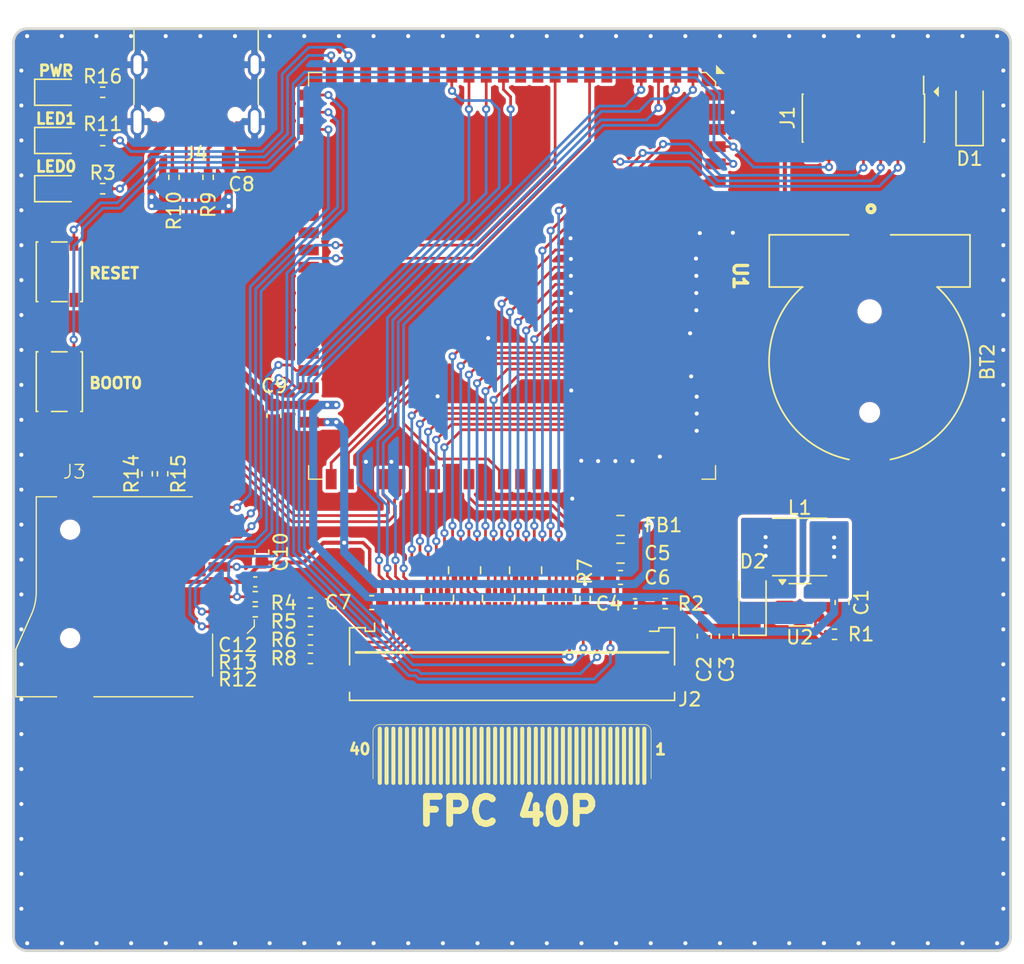
<source format=kicad_pcb>
(kicad_pcb (version 20240108) (generator "pcbnew") (generator_version "8.0")
  (layers (0 "F.Cu" signal) (31 "B.Cu" signal) (34 "B.Paste" user) (35 "F.Paste" user) (36 "B.SilkS" user "B.Silkscreen") (37 "F.SilkS" user "F.Silkscreen") (38 "B.Mask" user) (39 "F.Mask" user) (44 "Edge.Cuts" user))
  (net 0 "")
  (net 1 "+5V")
  (net 2 "GND")
  (net 3 "/LED_A")
  (net 4 "/LED_K")
  (net 5 "Net-(D1-A)")
  (net 6 "/SW")
  (net 7 "/LCD_G7")
  (net 8 "/LCD_B4")
  (net 9 "/LCD_TP_INT")
  (net 10 "/LCD_G6")
  (net 11 "/LCD_R4")
  (net 12 "/LCD_CLK")
  (net 13 "/LCD_DE")
  (net 14 "/LCD_G4")
  (net 15 "/LCD_G5")
  (net 16 "/LCD_TP_SCL")
  (net 17 "/LCD_HSYNC")
  (net 18 "/LCD_TP_RST")
  (net 19 "/LCD_R5")
  (net 20 "/LCD_G2")
  (net 21 "/LCD_R7")
  (net 22 "+3V3")
  (net 23 "/LCD_B3")
  (net 24 "/LCD_G3")
  (net 25 "/LCD_R6")
  (net 26 "/LCD_TP_SDA")
  (net 27 "/LCD_B6")
  (net 28 "/LCD_VSYNC")
  (net 29 "/LCD_RST")
  (net 30 "/LCD_SPI_CS")
  (net 31 "/LCD_SPI_CLK")
  (net 32 "/LCD_B5")
  (net 33 "/LCD_R3")
  (net 34 "/LCD_SPI_DAT")
  (net 35 "/LCD_B7")
  (net 36 "/SWO")
  (net 37 "/SWDIO")
  (net 38 "/SWCLK")
  (net 39 "/RESET")
  (net 40 "/VCP_RX")
  (net 41 "/VCP_TX")
  (net 42 "/LCD_BLK")
  (net 43 "/BOOT0")
  (net 45 "/USB_DP")
  (net 51 "VBAT")
  (net 52 "/USB_DN")
  (net 67 "/USB_VBUS_DET")
  (net 70 "/G5")
  (net 71 "/G6")
  (net 72 "/B3")
  (net 73 "/G7")
  (net 74 "/B4")
  (net 75 "/B6")
  (net 76 "/B5")
  (net 77 "/B7")
  (net 78 "/G3")
  (net 79 "/G2")
  (net 80 "/R7")
  (net 81 "/G4")
  (net 82 "/R4")
  (net 83 "/R3")
  (net 84 "/R5")
  (net 85 "/R6")
  (net 86 "/R2")
  (net 87 "/G1")
  (net 88 "/R1")
  (net 89 "/G0")
  (net 90 "/B2")
  (net 91 "/B1")
  (net 92 "/R0")
  (net 93 "/B0")
  (net 99 "Net-(RN4-R1.2)")
  (net 100 "Net-(RN4-R2.2)")
  (net 101 "Net-(RN4-R4.2)")
  (net 102 "Net-(RN4-R3.2)")
  (net 103 "VDD_LCD")
  (net 104 "Net-(J4-CC2)")
  (net 105 "VBUS")
  (net 108 "Net-(J4-CC1)")
  (net 109 "Net-(D3-A)")
  (net 110 "Net-(D4-A)")
  (net 111 "/LED0")
  (net 112 "/LED1")
  (net 113 "/DAT1")
  (net 114 "/DAT0")
  (net 115 "/SD_DET")
  (net 116 "/DAT2")
  (net 117 "/CMD")
  (net 118 "/CLK")
  (net 119 "/DAT3")
  (net 120 "Net-(D5-A)")
  (footprint "Capacitor_SMD:C_0603_1608Metric" (layer "F.Cu") (at 160.3502 103.6958 -90)
    (property "Reference" "C3")
    (property "Value" "1u")
  )
  (footprint "Capacitor_SMD:C_0603_1608Metric" (layer "F.Cu") (at 158.7246 103.6958 -90)
    (property "Reference" "C2")
    (property "Value" "1u")
  )
  (footprint "Button_Switch_SMD:SW_SPST_PTS810" (layer "F.Cu") (at 111.1788 84.92 -90)
    (property "Reference" "SW1" (hide yes))
    (property "Value" "BOOT0")
  )
  (footprint "Resistor_SMD:R_0402_1005Metric" (layer "F.Cu") (at 117.6528 91.7194 -90)
    (property "Reference" "R14")
    (property "Value" "10K")
  )
  (footprint "Capacitor_SMD:C_0603_1608Metric" (layer "F.Cu") (at 152.5524 99.3648)
    (property "Reference" "C6")
    (property "Value" "100n")
  )
  (footprint "Capacitor_SMD:C_0603_1608Metric" (layer "F.Cu") (at 126.111 97.4852 90)
    (property "Reference" "C10")
    (property "Value" "1u")
  )
  (footprint "Resistor_SMD:R_0402_1005Metric" (layer "F.Cu") (at 122.1486 69.85 90)
    (property "Reference" "R9")
    (property "Value" "5K1")
  )
  (footprint "Package_TO_SOT_SMD:SOT-23-5" (layer "F.Cu") (at 165.7858 101.3808)
    (property "Reference" "U2")
    (property "Value" "TPS61169")
  )
  (footprint "Resistor_SMD:R_0402_1005Metric" (layer "F.Cu") (at 129.6924 102.607533)
    (property "Reference" "R5")
    (property "Value" "2K2")
  )
  (footprint "Capacitor_SMD:C_0603_1608Metric" (layer "F.Cu") (at 134.2072 101.219 180)
    (property "Reference" "C7")
    (property "Value" "100n")
  )
  (footprint "Resistor_SMD:R_0402_1005Metric" (layer "F.Cu") (at 114.3782 67.1322 180)
    (property "Reference" "R11")
    (property "Value" "2K")
  )
  (footprint "Capacitor_SMD:C_0402_1005Metric" (layer "F.Cu") (at 153.6192 101.2952 180)
    (property "Reference" "C4")
    (property "Value" "100n")
  )
  (footprint "Resistor_SMD:R_0402_1005Metric" (layer "F.Cu") (at 129.6924 105.3338)
    (property "Reference" "R8")
    (property "Value" "10K")
  )
  (footprint "Button_Switch_SMD:SW_SPST_PTS810" (layer "F.Cu") (at 111.1788 76.8174 -90)
    (property "Reference" "SW2" (hide yes))
    (property "Value" "RST")
  )
  (footprint "Resistor_SMD:R_0402_1005Metric" (layer "F.Cu") (at 129.6924 101.2444)
    (property "Reference" "R4")
    (property "Value" "10K")
  )
  (footprint "Resistor_SMD:R_0402_1005Metric" (layer "F.Cu") (at 114.3782 63.576 180)
    (property "Reference" "R16")
    (property "Value" "2K")
  )
  (footprint "Inductor_SMD:L_Abracon_ASPI-4030S" (layer "F.Cu") (at 165.7604 97.1136 180)
    (property "Reference" "L1")
    (property "Value" "6.8u")
  )
  (footprint "Capacitor_SMD:C_0805_2012Metric" (layer "F.Cu") (at 152.5524 97.5721)
    (property "Reference" "C5")
    (property "Value" "10u")
  )
  (footprint "Capacitor_SMD:C_0603_1608Metric" (layer "F.Cu") (at 168.8846 101.2058 -90)
    (property "Reference" "C1")
    (property "Value" "10u")
  )
  (footprint "Connector_PinHeader_1.27mm:PinHeader_2x07_P1.27mm_Vertical_SMD" (layer "F.Cu") (at 170.4594 65.4812 -90)
    (property "Reference" "J1")
    (property "Value" "SWD")
  )
  (footprint "Resistor_SMD:R_Array_Convex_4x0402" (layer "F.Cu") (at 145.5572 98.8314 90)
    (property "Reference" "RN5" (hide yes))
    (property "Value" "22")
  )
  (footprint "Resistor_SMD:R_0402_1005Metric" (layer "F.Cu") (at 168.3278 103.5558)
    (property "Reference" "R1")
    (property "Value" "10K")
  )
  (footprint "Diode_SMD:D_SOD-123" (layer "F.Cu") (at 178.2826 65.15 90)
    (property "Reference" "D1")
    (property "Value" "NSR0320MW2T1G")
  )
  (footprint "Capacitor_SMD:C_0402_1005Metric" (layer "F.Cu") (at 125.6258 99.6872)
    (property "Reference" "C12")
    (property "Value" "100n")
  )
  (footprint "Resistor_SMD:R_0402_1005Metric" (layer "F.Cu") (at 125.6258 100.7872 180)
    (property "Reference" "R13")
    (property "Value" "10K")
  )
  (footprint "Resistor_SMD:R_0402_1005Metric" (layer "F.Cu") (at 119.634 69.85 90)
    (property "Reference" "R10")
    (property "Value" "5K1")
  )
  (footprint "LED_SMD:LED_0805_2012Metric" (layer "F.Cu") (at 111.0488 67.1322)
    (property "Reference" "D4" (hide yes))
    (property "Value" "LED")
  )
  (footprint "Resistor_SMD:R_Array_Convex_4x0402" (layer "F.Cu") (at 143.5572 100.9222 90)
    (property "Reference" "RN3" (hide yes))
    (property "Value" "22")
  )
  (footprint "LED_SMD:LED_0805_2012Metric" (layer "F.Cu") (at 111.0488 63.576)
    (property "Reference" "D5" (hide yes))
    (property "Value" "LED")
  )
  (footprint "Resistor_SMD:R_0402_1005Metric" (layer "F.Cu") (at 118.7958 91.7194 -90)
    (property "Reference" "R15")
    (property "Value" "10K")
  )
  (footprint "Capacitor_SMD:C_0603_1608Metric" (layer "F.Cu") (at 127 87.4144 -90)
    (property "Reference" "C9")
    (property "Value" "100n")
  )
  (footprint "Capacitor_SMD:C_0805_2012Metric" (layer "F.Cu") (at 152.5524 95.5294 180)
    (property "Reference" "FB1")
    (property "Value" "600R/100MHz")
  )
  (footprint "LED_SMD:LED_0805_2012Metric" (layer "F.Cu") (at 111.0488 70.6884)
    (property "Reference" "D3" (hide yes))
    (property "Value" "LED")
  )
  (footprint "Resistor_SMD:R_0402_1005Metric" (layer "F.Cu") (at 155.8544 101.2952)
    (property "Reference" "R2")
    (property "Value" "6.8R")
  )
  (footprint "Resistor_SMD:R_0402_1005Metric" (layer "F.Cu") (at 149.9362 100.9142 -90)
    (property "Reference" "R7")
    (property "Value" "10K")
  )
  (footprint "Resistor_SMD:R_0402_1005Metric" (layer "F.Cu") (at 129.6924 103.970666)
    (property "Reference" "R6")
    (property "Value" "2K2")
  )
  (footprint "Capacitor_SMD:C_0805_2012Metric" (layer "F.Cu") (at 124.6116 68.58)
    (property "Reference" "C8")
    (property "Value" "4u7")
  )
  (footprint "siplex:siplex-som-s16" (layer "F.Cu") (at 144.5572 77.1144 -90)
    (property "Reference" "U1")
    (property "Value" "siplex-som-s16")
  )
  (footprint "Resistor_SMD:R_0402_1005Metric" (layer "F.Cu") (at 114.3782 70.6884 180)
    (property "Reference" "R3")
    (property "Value" "2K")
  )
  (footprint "TF-115:SD-TF-115" (layer "F.Cu") (at 117.729 100.7872 -90)
    (property "Reference" "J3")
    (property "Value" "Micro_SD_Card_Det1")
  )
  (footprint "Diode_SMD:D_SOD-123" (layer "F.Cu") (at 162.2806 101.2708 90)
    (property "Reference" "D2")
    (property "Value" "MBR0540")
  )
  (footprint "Connector_FFC-FPC:Omron_XF2M-4015-1A_1x40-1MP_P0.5mm_Horizontal" (layer "F.Cu") (at 144.5572 104.9754)
    (property "Reference" "J2")
    (property "Value" "Conn_01x40_MountingPin")
  )
  (footprint "Connector_USB:USB_C_Receptacle_G-Switch_GT-USB-7010ASV" (layer "F.Cu") (at 121.2616 62.6192 180)
    (property "Reference" "J4")
    (property "Value" "USB_C_Receptacle_USB2.0_16P")
  )
  (footprint "CR1220-Batt-conn-S8411-45R:CR1220-Batt-conn-S8411-45R" (layer "F.Cu") (at 170.9166 83.465502 180)
    (property "Reference" "BT2")
    (property "Value" "S8411-45R")
  )
  (footprint "Resistor_SMD:R_Array_Convex_4x0402" (layer "F.Cu") (at 148.0572 100.9222 90)
    (property "Reference" "RN4" (hide yes))
    (property "Value" "22")
  )
  (footprint "Resistor_SMD:R_0402_1005Metric" (layer "F.Cu") (at 125.6258 101.8872 180)
    (property "Reference" "R12")
    (property "Value" "10K")
  )
  (footprint "Resistor_SMD:R_Array_Convex_4x0402" (layer "F.Cu") (at 139.0572 100.9222 90)
    (property "Reference" "RN1" (hide yes))
    (property "Value" "22")
  )
  (footprint "Resistor_SMD:R_Array_Convex_4x0402" (layer "F.Cu") (at 141.0572 98.8314 90)
    (property "Reference" "RN2" (hide yes))
    (property "Value" "22")
  )
  (gr_line (start 154.3072 110.5154) (end 154.3072 114.5154) (stroke (width 0.3)) (layer "F.SilkS"))
  (gr_line (start 135.3072 110.5154) (end 135.3072 114.5154) (stroke (width 0.3)) (layer "F.SilkS"))
  (gr_line (start 140.8072 110.5154) (end 140.8072 114.5154) (stroke (width 0.3)) (layer "F.SilkS"))
  (gr_line (start 146.3072 110.5154) (end 146.3072 114.5154) (stroke (width 0.3)) (layer "F.SilkS"))
  (gr_line (start 142.8072 110.5154) (end 142.8072 114.5154) (stroke (width 0.3)) (layer "F.SilkS"))
  (gr_poly (pts (xy 160.274 62.23) (xy 159.5882 61.5442) (xy 159.5882 62.23)) (fill solid) (layer "F.SilkS"))
  (gr_line (start 144.3072 110.5154) (end 144.3072 114.5154) (stroke (width 0.3)) (layer "F.SilkS"))
  (gr_line (start 140.3072 110.5154) (end 140.3072 114.5154) (stroke (width 0.3)) (layer "F.SilkS"))
  (gr_line (start 134.8072 110.2106) (end 154.3072 110.2106) (stroke (width 0.05)) (layer "F.SilkS"))
  (gr_arc (start 154.3072 110.2106) (mid 154.660753 110.357047) (end 154.8072 110.7106) (stroke (width 0.05)) (layer "F.SilkS"))
  (gr_line (start 147.8072 110.5154) (end 147.8072 114.5154) (stroke (width 0.3)) (layer "F.SilkS"))
  (gr_line (start 154.8072 110.7106) (end 154.8072 114.2106) (stroke (width 0.05)) (layer "F.SilkS"))
  (gr_line (start 153.8072 110.5154) (end 153.8072 114.5154) (stroke (width 0.3)) (layer "F.SilkS"))
  (gr_line (start 139.8072 110.5154) (end 139.8072 114.5154) (stroke (width 0.3)) (layer "F.SilkS"))
  (gr_line (start 147.3072 110.5154) (end 147.3072 114.5154) (stroke (width 0.3)) (layer "F.SilkS"))
  (gr_line (start 144.8072 110.5154) (end 144.8072 114.5154) (stroke (width 0.3)) (layer "F.SilkS"))
  (gr_line (start 148.8072 110.5154) (end 148.8072 114.5154) (stroke (width 0.3)) (layer "F.SilkS"))
  (gr_line (start 145.3072 110.5154) (end 145.3072 114.5154) (stroke (width 0.3)) (layer "F.SilkS"))
  (gr_line (start 138.8072 110.5154) (end 138.8072 114.5154) (stroke (width 0.3)) (layer "F.SilkS"))
  (gr_line (start 134.8072 110.5154) (end 134.8072 114.5154) (stroke (width 0.3)) (layer "F.SilkS"))
  (gr_arc (start 134.3072 110.7106) (mid 134.453647 110.357047) (end 134.8072 110.2106) (stroke (width 0.05)) (layer "F.SilkS"))
  (gr_line (start 139.3072 110.5154) (end 139.3072 114.5154) (stroke (width 0.3)) (layer "F.SilkS"))
  (gr_line (start 141.8072 110.5154) (end 141.8072 114.5154) (stroke (width 0.3)) (layer "F.SilkS"))
  (gr_line (start 125.5522 102.9716) (end 125.0442 103.4796) (stroke (width 0.1)) (layer "F.SilkS"))
  (gr_line (start 125.5522 102.489) (end 125.5522 102.9716) (stroke (width 0.1)) (layer "F.SilkS"))
  (gr_line (start 134.3072 110.7106) (end 134.3072 114.2106) (stroke (width 0.05)) (layer "F.SilkS"))
  (gr_line (start 145.8072 110.5154) (end 145.8072 114.5154) (stroke (width 0.3)) (layer "F.SilkS"))
  (gr_line (start 151.3072 110.5154) (end 151.3072 114.5154) (stroke (width 0.3)) (layer "F.SilkS"))
  (gr_line (start 150.8072 110.5154) (end 150.8072 114.5154) (stroke (width 0.3)) (layer "F.SilkS"))
  (gr_line (start 138.3072 110.5154) (end 138.3072 114.5154) (stroke (width 0.3)) (layer "F.SilkS"))
  (gr_line (start 136.3072 110.5154) (end 136.3072 114.5154) (stroke (width 0.3)) (layer "F.SilkS"))
  (gr_line (start 136.8072 110.5154) (end 136.8072 114.5154) (stroke (width 0.3)) (layer "F.SilkS"))
  (gr_line (start 146.8072 110.5154) (end 146.8072 114.5154) (stroke (width 0.3)) (layer "F.SilkS"))
  (gr_line (start 137.8072 110.5154) (end 137.8072 114.5154) (stroke (width 0.3)) (layer "F.SilkS"))
  (gr_line (start 141.3072 110.5154) (end 141.3072 114.5154) (stroke (width 0.3)) (layer "F.SilkS"))
  (gr_line (start 135.8072 110.5154) (end 135.8072 114.5154) (stroke (width 0.3)) (layer "F.SilkS"))
  (gr_line (start 148.3072 110.5154) (end 148.3072 114.5154) (stroke (width 0.3)) (layer "F.SilkS"))
  (gr_line (start 152.3072 110.5154) (end 152.3072 114.5154) (stroke (width 0.3)) (layer "F.SilkS"))
  (gr_line (start 151.8072 110.5154) (end 151.8072 114.5154) (stroke (width 0.3)) (layer "F.SilkS"))
  (gr_line (start 149.8072 110.5154) (end 149.8072 114.5154) (stroke (width 0.3)) (layer "F.SilkS"))
  (gr_line (start 153.3072 110.5154) (end 153.3072 114.5154) (stroke (width 0.3)) (layer "F.SilkS"))
  (gr_line (start 137.3072 110.5154) (end 137.3072 114.5154) (stroke (width 0.3)) (layer "F.SilkS"))
  (gr_line (start 150.3072 110.5154) (end 150.3072 114.5154) (stroke (width 0.3)) (layer "F.SilkS"))
  (gr_line (start 152.8072 110.5154) (end 152.8072 114.5154) (stroke (width 0.3)) (layer "F.SilkS"))
  (gr_line (start 142.3072 110.5154) (end 142.3072 114.5154) (stroke (width 0.3)) (layer "F.SilkS"))
  (gr_poly (pts (xy 176.022 63.9376) (xy 176.022 63.1248) (xy 175.6156 63.5312)) (fill solid) (layer "F.SilkS"))
  (gr_line (start 149.3072 110.5154) (end 149.3072 114.5154) (stroke (width 0.3)) (layer "F.SilkS"))
  (gr_line (start 143.3072 110.5154) (end 143.3072 114.5154) (stroke (width 0.3)) (layer "F.SilkS"))
  (gr_line (start 143.8072 110.5154) (end 143.8072 114.5154) (stroke (width 0.3)) (layer "F.SilkS"))
  (gr_line (start 133.0572 104.89) (end 156.0572 104.89) (stroke (width 0.2)) (layer "F.SilkS"))
  (gr_line (start 180.3072 126.89) (end 108.8072 126.89) (stroke (width 0.2)) (layer "Edge.Cuts"))
  (gr_arc (start 108.8072 126.89) (mid 108.100093 126.597107) (end 107.8072 125.89) (stroke (width 0.2)) (layer "Edge.Cuts"))
  (gr_line (start 180.3072 58.89) (end 108.8072 58.89) (stroke (width 0.2)) (layer "Edge.Cuts"))
  (gr_line (start 107.8072 59.89) (end 107.8072 125.89) (stroke (width 0.2)) (layer "Edge.Cuts"))
  (gr_arc (start 181.3072 125.89) (mid 181.014307 126.597107) (end 180.3072 126.89) (stroke (width 0.2)) (layer "Edge.Cuts"))
  (gr_arc (start 107.8072 59.89) (mid 108.100093 59.182893) (end 108.8072 58.89) (stroke (width 0.2)) (layer "Edge.Cuts"))
  (gr_line (start 181.3072 59.89) (end 181.3072 125.89) (stroke (width 0.2)) (layer "Edge.Cuts"))
  (gr_arc (start 180.3072 58.89) (mid 181.014307 59.182893) (end 181.3072 59.89) (stroke (width 0.2)) (layer "Edge.Cuts"))
  (gr_text "LED0" (at 109.342133 69.5198 0) (layer "F.SilkS") (effects (font (size 0.8 0.8) (thickness 0.2) (bold yes)) (justify left bottom)))
  (gr_text "FPC 40P" (at 137.4394 117.7798 0) (layer "F.SilkS") (effects (font (size 2 2) (thickness 0.5) (bold yes)) (justify left bottom)))
  (gr_text "BOOT0" (at 113.284 85.501 0) (layer "F.SilkS") (effects (font (size 0.8 0.8) (thickness 0.2) (bold yes)) (justify left bottom)))
  (gr_text "LED1" (at 109.342133 65.9892 0) (layer "F.SilkS") (effects (font (size 0.8 0.8) (thickness 0.2) (bold yes)) (justify left bottom)))
  (gr_text "40" (at 132.4356 112.4966 0) (layer "F.SilkS") (effects (font (size 0.8 0.8) (thickness 0.2) (bold yes)) (justify left bottom)))
  (gr_text "PWR" (at 109.551657 62.4586 0) (layer "F.SilkS") (effects (font (size 0.8 0.8) (thickness 0.2) (bold yes)) (justify left bottom)))
  (gr_text "1" (at 154.9908 112.5154 0) (layer "F.SilkS") (effects (font (size 0.8 0.8) (thickness 0.2) (bold yes)) (justify left bottom)))
  (gr_text "RESET" (at 113.284 77.3984 0) (layer "F.SilkS") (effects (font (size 0.8 0.8) (thickness 0.2) (bold yes)) (justify left bottom)))
  (via (at 134.34555 59.436) (size 0.6) (drill 0.3) (layers "F.Cu" "B.Cu") (net 2))
  (via (at 129.23788 59.436) (size 0.6) (drill 0.3) (layers "F.Cu" "B.Cu") (net 2))
  (via (at 158.1658 86.0298) (size 0.6) (drill 0.3) (layers "F.Cu" "B.Cu") (net 2))
  (via (at 180.7718 82.583864) (size 0.6) (drill 0.3) (layers "F.Cu" "B.Cu") (net 2))
  (via (at 108.3818 87.73583) (size 0.6) (drill 0.3) (layers "F.Cu" "B.Cu") (net 2))
  (via (at 108.3818 92.887796) (size 0.6) (drill 0.3) (layers "F.Cu" "B.Cu") (net 2))
  (via (at 116.468705 59.436) (size 0.6) (drill 0.3) (layers "F.Cu" "B.Cu") (net 2))
  (via (at 136.903277 126.3396) (size 0.6) (drill 0.3) (layers "F.Cu" "B.Cu") (net 2))
  (via (at 142.7988 81.7118) (size 0.6) (drill 0.3) (layers "F.Cu" "B.Cu") (net 2))
  (via (at 142.010491 126.3396) (size 0.6) (drill 0.3) (layers "F.Cu" "B.Cu") (net 2))
  (via (at 158.1658 87.2744) (size 0.6) (drill 0.3) (layers "F.Cu" "B.Cu") (net 2))
  (via (at 108.3818 74.855915) (size 0.6) (drill 0.3) (layers "F.Cu" "B.Cu") (net 2))
  (via (at 180.7718 69.703949) (size 0.6) (drill 0.3) (layers "F.Cu" "B.Cu") (net 2))
  (via (at 180.7718 80.007881) (size 0.6) (drill 0.3) (layers "F.Cu" "B.Cu") (net 2))
  (via (at 108.3818 105.767711) (size 0.6) (drill 0.3) (layers "F.Cu" "B.Cu") (net 2))
  (via (at 159.8839 59.436) (size 0.6) (drill 0.3) (layers "F.Cu" "B.Cu") (net 2))
  (via (at 175.207382 126.3396) (size 0.6) (drill 0.3) (layers "F.Cu" "B.Cu") (net 2))
  (via (at 147.114725 59.436) (size 0.6) (drill 0.3) (layers "F.Cu" "B.Cu") (net 2))
  (via (at 149.671312 126.3396) (size 0.6) (drill 0.3) (layers "F.Cu" "B.Cu") (net 2))
  (via (at 148.8948 77.1144) (size 0.6) (drill 0.3) (layers "F.Cu" "B.Cu") (net 2))
  (via (at 180.7718 116.071643) (size 0.6) (drill 0.3) (layers "F.Cu" "B.Cu") (net 2))
  (via (at 180.7718 87.73583) (size 0.6) (drill 0.3) (layers "F.Cu" "B.Cu") (net 2))
  (via (at 167.545405 59.436) (size 0.6) (drill 0.3) (layers "F.Cu" "B.Cu") (net 2))
  (via (at 148.8948 78.3844) (size 0.6) (drill 0.3) (layers "F.Cu" "B.Cu") (net 2))
  (via (at 126.684045 59.436) (size 0.6) (drill 0.3) (layers "F.Cu" "B.Cu") (net 2))
  (via (at 133.7818 90.8304) (size 0.6) (drill 0.3) (layers "F.Cu" "B.Cu") (net 2))
  (via (at 111.367207 126.3396) (size 0.6) (drill 0.3) (layers "F.Cu" "B.Cu") (net 2))
  (via (at 148.8948 75.8698) (size 0.6) (drill 0.3) (layers "F.Cu" "B.Cu") (net 2))
  (via (at 180.7718 123.7996) (size 0.6) (drill 0.3) (layers "F.Cu" "B.Cu") (net 2))
  (via (at 108.3818 64.551983) (size 0.6) (drill 0.3) (layers "F.Cu" "B.Cu") (net 2))
  (via (at 180.7718 118.647626) (size 0.6) (drill 0.3) (layers "F.Cu" "B.Cu") (net 2))
  (via (at 157.330065 59.436) (size 0.6) (drill 0.3) (layers "F.Cu" "B.Cu") (net 2))
  (via (at 170.100168 126.3396) (size 0.6) (drill 0.3) (layers "F.Cu" "B.Cu") (net 2))
  (via (at 148.9964 93.5482) (size 0.6) (drill 0.3) (layers "F.Cu" "B.Cu") (net 2))
  (via (at 172.653075 59.436) (size 0.6) (drill 0.3) (layers "F.Cu" "B.Cu") (net 2))
  (via (at 108.3818 90.311813) (size 0.6) (drill 0.3) (layers "F.Cu" "B.Cu") (net 2))
  (via (at 158.1404 79.6544) (size 0.6) (drill 0.3) (layers "F.Cu" "B.Cu") (net 2))
  (via (at 152.1714 90.7796) (size 0.6) (drill 0.3) (layers "F.Cu" "B.Cu") (net 2))
  (via (at 108.3818 82.583864) (size 0.6) (drill 0.3) (layers "F.Cu" "B.Cu") (net 2))
  (via (at 108.3818 116.071643) (size 0.6) (drill 0.3) (layers "F.Cu" "B.Cu") (net 2))
  (via (at 131.796063 126.3396) (size 0.6) (drill 0.3) (layers "F.Cu" "B.Cu") (net 2))
  (via (at 160.8328 73.9394) (size 0.6) (drill 0.3) (layers "F.Cu" "B.Cu") (net 2))
  (via (at 149.6568 90.7542) (size 0.6) (drill 0.3) (layers "F.Cu" "B.Cu") (net 2))
  (via (at 180.7718 74.855915) (size 0.6) (drill 0.3) (layers "F.Cu" "B.Cu") (net 2))
  (via (at 180.7718 98.039762) (size 0.6) (drill 0.3) (layers "F.Cu" "B.Cu") (net 2))
  (via (at 124.135242 126.3396) (size 0.6) (drill 0.3) (layers "F.Cu" "B.Cu") (net 2))
  (via (at 164.99157 59.436) (size 0.6) (drill 0.3) (layers "F.Cu" "B.Cu") (net 2))
  (via (at 180.3146 126.3396) (size 0.6) (drill 0.3) (layers "F.Cu" "B.Cu") (net 2))
  (via (at 136.899385 59.436) (size 0.6) (drill 0.3) (layers "F.Cu" "B.Cu") (net 2))
  (via (at 148.9202 85.5726) (size 0.6) (drill 0.3) (layers "F.Cu" "B.Cu") (net 2))
  (via (at 108.3818 69.703949) (size 0.6) (drill 0.3) (layers "F.Cu" "B.Cu") (net 2))
  (via (at 180.7718 108.343694) (size 0.6) (drill 0.3) (layers "F.Cu" "B.Cu") (net 2))
  (via (at 180.7718 61.976) (size 0.6) (drill 0.3) (layers "F.Cu" "B.Cu") (net 2))
  (via (at 131.791715 59.436) (size 0.6) (drill 0.3) (layers "F.Cu" "B.Cu") (net 2))
  (via (at 180.7718 121.223609) (size 0.6) (drill 0.3) (layers "F.Cu" "B.Cu") (net 2))
  (via (at 139.45322 59.436) (size 0.6) (drill 0.3) (layers "F.Cu" "B.Cu") (net 2))
  (via (at 144.564098 126.3396) (size 0.6) (drill 0.3) (layers "F.Cu" "B.Cu") (net 2))
  (via (at 180.7718 72.279932) (size 0.6) (drill 0.3) (layers "F.Cu" "B.Cu") (net 2))
  (via (at 108.3818 98.039762) (size 0.6) (drill 0.3) (layers "F.Cu" "B.Cu") (net 2))
  (via (at 119.028028 126.3396) (size 0.6) (drill 0.3) (layers "F.Cu" "B.Cu") (net 2))
  (via (at 180.7718 95.463779) (size 0.6) (drill 0.3) (layers "F.Cu" "B.Cu") (net 2))
  (via (at 121.576375 59.436) (size 0.6) (drill 0.3) (layers "F.Cu" "B.Cu") (net 2))
  (via (at 180.7718 105.767711) (size 0.6) (drill 0.3) (layers "F.Cu" "B.Cu") (net 2))
  (via (at 158.1658 88.5444) (size 0.6) (drill 0.3) (layers "F.Cu" "B.Cu") (net 2))
  (via (at 180.7718 92.887796) (size 0.6) (drill 0.3) (layers "F.Cu" "B.Cu") (net 2))
  (via (at 108.3818 118.647626) (size 0.6) (drill 0.3) (layers "F.Cu" "B.Cu") (net 2))
  (via (at 180.7718 67.127966) (size 0.6) (drill 0.3) (layers "F.Cu" "B.Cu") (net 2))
  (via (at 108.3818 110.919677) (size 0.6) (drill 0.3) (layers "F.Cu" "B.Cu") (net 2))
  (via (at 129.242456 126.3396) (size 0.6) (drill 0.3) (layers "F.Cu" "B.Cu") (net 2))
  (via (at 108.8072 59.436) (size 0.6) (drill 0.3) (layers "F.Cu" "B.Cu") (net 2))
  (via (at 167.546561 126.3396) (size 0.6) (drill 0.3) (layers "F.Cu" "B.Cu") (net 2))
  (via (at 124.13021 59.436) (size 0.6) (drill 0.3) (layers "F.Cu" "B.Cu") (net 2))
  (via (at 180.7718 90.311813) (size 0.6) (drill 0.3) (layers "F.Cu" "B.Cu") (net 2))
  (via (at 149.66856 59.436) (size 0.6) (drill 0.3) (layers "F.Cu" "B.Cu") (net 2))
  (via (at 177.760745 59.436) (size 0.6) (drill 0.3) (layers "F.Cu" "B.Cu") (net 2))
  (via (at 158.3944 73.9648) (size 0.6) (drill 0.3) (layers "F.Cu" "B.Cu") (net 2))
  (via (at 154.77623 59.436) (size 0.6) (drill 0.3) (layers "F.Cu" "B.Cu") (net 2))
  (via (at 108.3818 113.49566) (size 0.6) (drill 0.3) (layers "F.Cu" "B.Cu") (net 2))
  (via (at 180.7718 113.49566) (size 0.6) (drill 0.3) (layers "F.Cu" "B.Cu") (net 2))
  (via (at 155.448 90.4494) (size 0.6) (drill 0.3) (layers "F.Cu" "B.Cu") (net 2))
  (via (at 108.3818 72.279932) (size 0.6) (drill 0.3) (layers "F.Cu" "B.Cu") (net 2))
  (via (at 153.4414 90.7796) (size 0.6) (drill 0.3) (layers "F.Cu" "B.Cu") (net 2))
  (via (at 160.8328 65.0494) (size 0.6) (drill 0.3) (layers "F.Cu" "B.Cu") (net 2))
  (via (at 175.20691 59.436) (size 0.6) (drill 0.3) (layers "F.Cu" "B.Cu") (net 2))
  (via (at 180.7718 85.159847) (size 0.6) (drill 0.3) (layers "F.Cu" "B.Cu") (net 2))
  (via (at 135.6614 90.8304) (size 0.6) (drill 0.3) (layers "F.Cu" "B.Cu") (net 2))
  (via (at 108.3818 67.127966) (size 0.6) (drill 0.3) (layers "F.Cu" "B.Cu") (net 2))
  (via (at 108.3818 95.463779) (size 0.6) (drill 0.3) (layers "F.Cu" "B.Cu") (net 2))
  (via (at 180.7718 64.551983) (size 0.6) (drill 0.3) (layers "F.Cu" "B.Cu") (net 2))
  (via (at 164.992954 126.3396) (size 0.6) (drill 0.3) (layers "F.Cu" "B.Cu") (net 2))
  (via (at 139.456884 126.3396) (size 0.6) (drill 0.3) (layers "F.Cu" "B.Cu") (net 2))
  (via (at 116.474421 126.3396) (size 0.6) (drill 0.3) (layers "F.Cu" "B.Cu") (net 2))
  (via (at 148.8694 74.3458) (size 0.6) (drill 0.3) (layers "F.Cu" "B.Cu") (net 2))
  (via (at 111.361035 59.436) (size 0.6) (drill 0.3) (layers "F.Cu" "B.Cu") (net 2))
  (via (at 152.224919 126.3396) (size 0.6) (drill 0.3) (layers "F.Cu" "B.Cu") (net 2))
  (via (at 152.222395 59.436) (size 0.6) (drill 0.3) (layers "F.Cu" "B.Cu") (net 2))
  (via (at 157.6832 81.3562) (size 0.6) (drill 0.3) (layers "F.Cu" "B.Cu") (net 2))
  (via (at 108.3818 108.343694) (size 0.6) (drill 0.3) (layers "F.Cu" "B.Cu") (net 2))
  (via (at 158.1404 77.1144) (size 0.6) (drill 0.3) (layers "F.Cu" "B.Cu") (net 2))
  (via (at 157.332133 126.3396) (size 0.6) (drill 0.3) (layers "F.Cu" "B.Cu") (net 2))
  (via (at 108.3818 121.223609) (size 0.6) (drill 0.3) (layers "F.Cu" "B.Cu") (net 2))
  (via (at 162.439347 126.3396) (size 0.6) (drill 0.3) (layers "F.Cu" "B.Cu") (net 2))
  (via (at 119.02254 59.436) (size 0.6) (drill 0.3) (layers "F.Cu" "B.Cu") (net 2))
  (via (at 158.115 75.8444) (size 0.6) (drill 0.3) (layers "F.Cu" "B.Cu") (net 2))
  (via (at 177.760989 126.3396) (size 0.6) (drill 0.3) (layers "F.Cu" "B.Cu") (net 2))
  (via (at 108.3818 123.7996) (size 0.6) (drill 0.3) (layers "F.Cu" "B.Cu") (net 2))
  (via (at 154.778526 126.3396) (size 0.6) (drill 0.3) (layers "F.Cu" "B.Cu") (net 2))
  (via (at 113.91487 59.436) (size 0.6) (drill 0.3) (layers "F.Cu" "B.Cu") (net 2))
  (via (at 180.3146 59.436) (size 0.6) (drill 0.3) (layers "F.Cu" "B.Cu") (net 2))
  (via (at 108.3818 100.615745) (size 0.6) (drill 0.3) (layers "F.Cu" "B.Cu") (net 2))
  (via (at 180.7718 77.431898) (size 0.6) (drill 0.3) (layers "F.Cu" "B.Cu") (net 2))
  (via (at 157.7594 84.5312) (size 0.6) (drill 0.3) (layers "F.Cu" "B.Cu") (net 2))
  (via (at 170.09924 59.436) (size 0.6) (drill 0.3) (layers "F.Cu" "B.Cu") (net 2))
  (via (at 158.1404 78.3844) (size 0.6) (drill 0.3) (layers "F.Cu" "B.Cu") (net 2))
  (via (at 108.3818 61.976) (size 0.6) (drill 0.3) (layers "F.Cu" "B.Cu") (net 2))
  (via (at 144.56089 59.436) (size 0.6) (drill 0.3) (layers "F.Cu" "B.Cu") (net 2))
  (via (at 121.581635 126.3396) (size 0.6) (drill 0.3) (layers "F.Cu" "B.Cu") (net 2))
  (via (at 150.9014 90.7796) (size 0.6) (drill 0.3) (layers "F.Cu" "B.Cu") (net 2))
  (via (at 113.920814 126.3396) (size 0.6) (drill 0.3) (layers "F.Cu" "B.Cu") (net 2))
  (via (at 147.117705 126.3396) (size 0.6) (drill 0.3) (layers "F.Cu" "B.Cu") (net 2))
  (via (at 108.3818 103.191728) (size 0.6) (drill 0.3) (layers "F.Cu" "B.Cu") (net 2))
  (via (at 108.3818 85.159847) (size 0.6) (drill 0.3) (layers "F.Cu" "B.Cu") (net 2))
  (via (at 159.88574 126.3396) (size 0.6) (drill 0.3) (layers "F.Cu" "B.Cu") (net 2))
  (via (at 142.007055 59.436) (size 0.6) (drill 0.3) (layers "F.Cu" "B.Cu") (net 2))
  (via (at 180.7718 103.191728) (size 0.6) (drill 0.3) (layers "F.Cu" "B.Cu") (net 2))
  (via (at 180.7718 100.615745) (size 0.6) (drill 0.3) (layers "F.Cu" "B.Cu") (net 2))
  (via (at 126.688849 126.3396) (size 0.6) (drill 0.3) (layers "F.Cu" "B.Cu") (net 2))
  (via (at 148.8948 79.6798) (size 0.6) (drill 0.3) (layers "F.Cu" "B.Cu") (net 2))
  (via (at 108.3818 77.431898) (size 0.6) (drill 0.3) (layers "F.Cu" "B.Cu") (net 2))
  (via (at 108.8136 126.3396) (size 0.6) (drill 0.3) (layers "F.Cu" "B.Cu") (net 2))
  (via (at 139.065 86.0044) (size 0.6) (drill 0.3) (layers "F.Cu" "B.Cu") (net 2))
  (via (at 162.437735 59.436) (size 0.6) (drill 0.3) (layers "F.Cu" "B.Cu") (net 2))
  (via (at 134.34967 126.3396) (size 0.6) (drill 0.3) (layers "F.Cu" "B.Cu") (net 2))
  (via (at 108.3818 80.007881) (size 0.6) (drill 0.3) (layers "F.Cu" "B.Cu") (net 2))
  (via (at 180.7718 110.919677) (size 0.6) (drill 0.3) (layers "F.Cu" "B.Cu") (net 2))
  (via (at 172.653775 126.3396) (size 0.6) (drill 0.3) (layers "F.Cu" "B.Cu") (net 2))
  (segment (start 158.7246 102.9208) (end 160.3502 102.9208) (width 0.3) (layer "F.Cu") (net 3))
  (segment (start 158.72 102.9254) (end 158.7246 102.9208) (width 0.3) (layer "F.Cu") (net 3))
  (segment (start 160.3502 102.9208) (end 162.2806 102.9208) (width 0.3) (layer "F.Cu") (net 3))
  (segment (start 154.3072 102.9254) (end 158.72 102.9254) (width 0.3) (layer "F.Cu") (net 3))
  (segment (start 153.8072 101.5872) (end 154.0992 101.2952) (width 0.25) (layer "F.Cu") (net 4))
  (segment (start 153.8072 103.8504) (end 153.8072 102.9254) (width 0.25) (layer "F.Cu") (net 4))
  (segment (start 163.5448 102.3308) (end 164.6483 102.3308) (width 0.25) (layer "F.Cu") (net 4))
  (segment (start 154.0992 101.2952) (end 155.3444 101.2952) (width 0.25) (layer "F.Cu") (net 4))
  (segment (start 153.8072 102.9254) (end 153.8072 101.5872) (width 0.25) (layer "F.Cu") (net 4))
  (segment (start 163.1696 101.9556) (end 163.5448 102.3308) (width 0.25) (layer "F.Cu") (net 4))
  (segment (start 155.3444 101.2952) (end 156.0048 101.9556) (width 0.25) (layer "F.Cu") (net 4))
  (segment (start 153.3072 102.9254) (end 153.3072 103.828) (width 0.25) (layer "F.Cu") (net 4))
  (segment (start 153.3072 103.828) (end 153.4668 103.9876) (width 0.25) (layer "F.Cu") (net 4))
  (segment (start 153.4668 103.9876) (end 153.67 103.9876) (width 0.25) (layer "F.Cu") (net 4))
  (segment (start 156.0048 101.9556) (end 163.1696 101.9556) (width 0.25) (layer "F.Cu") (net 4))
  (segment (start 153.67 103.9876) (end 153.8072 103.8504) (width 0.25) (layer "F.Cu") (net 4))
  (segment (start 163.0906 100.4308) (end 162.2806 99.6208) (width 0.3) (layer "F.Cu") (net 6))
  (segment (start 162.7612 99.6208) (end 164.2604 98.1216) (width 0.3) (layer "F.Cu") (net 6))
  (segment (start 164.6483 100.4308) (end 163.0906 100.4308) (width 0.3) (layer "F.Cu") (net 6))
  (segment (start 164.2604 98.1216) (end 164.2604 97.1136) (width 0.3) (layer "F.Cu") (net 6))
  (segment (start 162.2806 99.6208) (end 162.7612 99.6208) (width 0.3) (layer "F.Cu") (net 6))
  (via (at 163.2458 96.393) (size 0.6) (drill 0.3) (layers "F.Cu" "B.Cu") (net 6))
  (via (at 163.2458 97.7646) (size 0.6) (drill 0.3) (layers "F.Cu" "B.Cu") (net 6))
  (via (at 163.2458 97.0788) (size 0.6) (drill 0.3) (layers "F.Cu" "B.Cu") (net 6))
  (segment (start 140.8072 100.463543) (end 140.8072 99.3314) (width 0.2) (layer "F.Cu") (net 7))
  (segment (start 141.3072 100.963543) (end 140.8072 100.463543) (width 0.2) (layer "F.Cu") (net 7))
  (segment (start 141.3072 102.9254) (end 141.3072 100.963543) (width 0.2) (layer "F.Cu") (net 7))
  (segment (start 145.8072 102.9254) (end 145.8072 99.3314) (width 0.2) (layer "F.Cu") (net 8))
  (segment (start 136.5634 99.321414) (end 137.3072 100.065214) (width 0.2) (layer "F.Cu") (net 9))
  (segment (start 157.8922 63.3926) (end 157.8864 63.3984) (width 0.2) (layer "F.Cu") (net 9))
  (segment (start 130.2024 105.3338) (end 135.8646 105.3338) (width 0.2) (layer "F.Cu") (net 9))
  (segment (start 137.3072 103.8912) (end 137.3072 102.9254) (width 0.2) (layer "F.Cu") (net 9))
  (segment (start 157.8922 62.1144) (end 157.8922 63.3926) (width 0.2) (layer "F.Cu") (net 9))
  (segment (start 135.8646 105.3338) (end 137.3072 103.8912) (width 0.2) (layer "F.Cu") (net 9))
  (segment (start 137.3072 100.065214) (end 137.3072 102.9254) (width 0.2) (layer "F.Cu") (net 9))
  (segment (start 136.5634 98.692) (end 136.5634 99.321414) (width 0.2) (layer "F.Cu") (net 9))
  (via (at 157.8864 63.3984) (size 0.6) (drill 0.3) (layers "F.Cu" "B.Cu") (net 9))
  (via (at 136.5634 98.692) (size 0.6) (drill 0.3) (layers "F.Cu" "B.Cu") (net 9))
  (segment (start 157.8864 63.3984) (end 155.2702 66.0146) (width 0.2) (layer "B.Cu") (net 9))
  (segment (start 151.257 66.0146) (end 136.5634 80.7082) (width 0.2) (layer "B.Cu") (net 9))
  (segment (start 155.2702 66.0146) (end 151.257 66.0146) (width 0.2) (layer "B.Cu") (net 9))
  (segment (start 136.5634 80.7082) (end 136.5634 94.6912) (width 0.2) (layer "B.Cu") (net 9))
  (segment (start 136.5634 94.6912) (end 136.5634 94.6782) (width 0.2) (layer "B.Cu") (net 9))
  (segment (start 136.5634 98.692) (end 136.5634 94.6912) (width 0.2) (layer "B.Cu") (net 9))
  (segment (start 141.3072 100.397857) (end 141.3072 99.3314) (width 0.2) (layer "F.Cu") (net 10))
  (segment (start 141.8072 100.897857) (end 141.3072 100.397857) (width 0.2) (layer "F.Cu") (net 10))
  (segment (start 141.8072 102.9254) (end 141.8072 100.897857) (width 0.2) (layer "F.Cu") (net 10))
  (segment (start 139.8072 102.9254) (end 139.8072 101.4222) (width 0.2) (layer "F.Cu") (net 11))
  (segment (start 148.8072 102.9254) (end 148.8072 101.4222) (width 0.2) (layer "F.Cu") (net 12))
  (segment (start 148.3072 102.9254) (end 148.3072 101.4222) (width 0.2) (layer "F.Cu") (net 13))
  (segment (start 142.8072 102.9254) (end 142.8072 101.4222) (width 0.2) (layer "F.Cu") (net 14))
  (segment (start 142.3072 102.9254) (end 142.3072 100.832171) (width 0.2) (layer "F.Cu") (net 15))
  (segment (start 141.8072 100.332171) (end 141.8072 99.3314) (width 0.2) (layer "F.Cu") (net 15))
  (segment (start 142.3072 100.832171) (end 141.8072 100.332171) (width 0.2) (layer "F.Cu") (net 15))
  (segment (start 135.3634 99.252785) (end 136.3072 100.196585) (width 0.2) (layer "F.Cu") (net 16))
  (segment (start 135.3634 98.678193) (end 135.3634 99.252785) (width 0.2) (layer "F.Cu") (net 16))
  (segment (start 132.9056 104.5338) (end 130.979333 102.607533) (width 0.2) (layer "F.Cu") (net 16))
  (segment (start 136.3072 103.759828) (end 135.533228 104.5338) (width 0.2) (layer "F.Cu") (net 16))
  (segment (start 135.533228 104.5338) (end 132.9056 104.5338) (width 0.2) (layer "F.Cu") (net 16))
  (segment (start 136.3072 100.196585) (end 136.3072 102.9254) (width 0.2) (layer "F.Cu") (net 16))
  (segment (start 130.979333 102.607533) (end 130.2024 102.607533) (width 0.2) (layer "F.Cu") (net 16))
  (segment (start 136.3072 102.9254) (end 136.3072 103.759828) (width 0.2) (layer "F.Cu") (net 16))
  (segment (start 156.6222 62.1144) (end 156.6222 63.3788) (width 0.2) (layer "F.Cu") (net 16))
  (segment (start 156.6222 63.3788) (end 156.6418 63.3984) (width 0.2) (layer "F.Cu") (net 16))
  (via (at 135.3634 98.678193) (size 0.6) (drill 0.3) (layers "F.Cu" "B.Cu") (net 16))
  (via (at 156.6418 63.3984) (size 0.6) (drill 0.3) (layers "F.Cu" "B.Cu") (net 16))
  (segment (start 135.3634 98.678193) (end 135.3634 94.056114) (width 0.2) (layer "B.Cu") (net 16))
  (segment (start 135.7634 80.376829) (end 149.802315 66.337915) (width 0.2) (layer "B.Cu") (net 16))
  (segment (start 154.8384 64.0588) (end 155.9814 64.0588) (width 0.2) (layer "B.Cu") (net 16))
  (segment (start 134.6614 89.271886) (end 135.7634 88.169886) (width 0.2) (layer "B.Cu") (net 16))
  (segment (start 134.6614 93.354114) (end 134.6614 89.271886) (width 0.2) (layer "B.Cu") (net 16))
  (segment (start 135.7634 88.169886) (end 135.7634 80.376829) (width 0.2) (layer "B.Cu") (net 16))
  (segment (start 149.802315 66.337915) (end 151.148515 64.991715) (width 0.2) (layer "B.Cu") (net 16))
  (segment (start 151.148515 64.991715) (end 153.905485 64.991715) (width 0.2) (layer "B.Cu") (net 16))
  (segment (start 153.905485 64.991715) (end 154.8384 64.0588) (width 0.2) (layer "B.Cu") (net 16))
  (segment (start 155.9814 64.0588) (end 156.6418 63.3984) (width 0.2) (layer "B.Cu") (net 16))
  (segment (start 135.3634 94.056114) (end 134.6614 93.354114) (width 0.2) (layer "B.Cu") (net 16))
  (segment (start 147.3072 102.9254) (end 147.3072 101.4222) (width 0.2) (layer "F.Cu") (net 17))
  (segment (start 134.747 98.0948) (end 134.747 99.202071) (width 0.2) (layer "F.Cu") (net 18))
  (segment (start 130.7592 101.2444) (end 133.6486 104.1338) (width 0.2) (layer "F.Cu") (net 18))
  (segment (start 135.8072 100.262271) (end 135.8072 102.9254) (width 0.2) (layer "F.Cu") (net 18))
  (segment (start 154.0822 62.1144) (end 154.0822 63.3926) (width 0.2) (layer "F.Cu") (net 18))
  (segment (start 130.2024 101.2444) (end 130.7592 101.2444) (width 0.2) (layer "F.Cu") (net 18))
  (segment (start 135.367542 104.1338) (end 135.8072 103.694142) (width 0.2) (layer "F.Cu") (net 18))
  (segment (start 135.8072 103.694142) (end 135.8072 102.9254) (width 0.2) (layer "F.Cu") (net 18))
  (segment (start 154.0822 63.3926) (end 154.0764 63.3984) (width 0.2) (layer "F.Cu") (net 18))
  (segment (start 133.6486 104.1338) (end 135.367542 104.1338) (width 0.2) (layer "F.Cu") (net 18))
  (segment (start 134.747 99.202071) (end 135.8072 100.262271) (width 0.2) (layer "F.Cu") (net 18))
  (via (at 134.747 98.0948) (size 0.6) (drill 0.3) (layers "F.Cu" "B.Cu") (net 18))
  (via (at 154.0764 63.3984) (size 0.6) (drill 0.3) (layers "F.Cu" "B.Cu") (net 18))
  (segment (start 134.747 94.0054) (end 134.747 98.0948) (width 0.2) (layer "B.Cu") (net 18))
  (segment (start 133.1818 92.4402) (end 134.747 94.0054) (width 0.2) (layer "B.Cu") (net 18))
  (segment (start 150.982828 64.591715) (end 135.3634 80.211143) (width 0.2) (layer "B.Cu") (net 18))
  (segment (start 135.3634 80.211143) (end 135.3634 88.0042) (width 0.2) (layer "B.Cu") (net 18))
  (segment (start 152.883085 64.591715) (end 150.982828 64.591715) (width 0.2) (layer "B.Cu") (net 18))
  (segment (start 154.0764 63.3984) (end 152.883085 64.591715) (width 0.2) (layer "B.Cu") (net 18))
  (segment (start 133.1818 90.1858) (end 133.1818 92.4402) (width 0.2) (layer "B.Cu") (net 18))
  (segment (start 135.3634 88.0042) (end 133.1818 90.1858) (width 0.2) (layer "B.Cu") (net 18))
  (segment (start 139.3072 102.9254) (end 139.3072 101.4222) (width 0.2) (layer "F.Cu") (net 19))
  (segment (start 143.8072 102.9254) (end 143.8072 101.4222) (width 0.2) (layer "F.Cu") (net 20))
  (segment (start 138.3072 102.9254) (end 138.3072 101.4222) (width 0.2) (layer "F.Cu") (net 21))
  (segment (start 111.3262 91.2094) (end 115.559634 91.2094) (width 0.2) (layer "F.Cu") (net 22))
  (segment (start 129.1824 105.3338) (end 129.1824 103.970666) (width 0.3) (layer "F.Cu") (net 22))
  (segment (start 110.1038 89.987) (end 111.3262 91.2094) (width 0.2) (layer "F.Cu") (net 22))
  (segment (start 114.8882 64.6136) (end 114.3762 65.1256) (width 0.2) (layer "F.Cu") (net 22))
  (segment (start 135.3072 102.9254) (end 135.3072 101.544) (width 0.25) (layer "F.Cu") (net 22))
  (segment (start 125.1458 99.7972) (end 125.1458 99.6872) (width 0.3) (layer "F.Cu") (net 22))
  (segment (start 126.1358 101.8872) (end 126.1358 100.7872) (width 0.3) (layer "F.Cu") (net 22))
  (segment (start 116.6114 97.5614) (end 116.6114 92.261166) (width 0.3) (layer "F.Cu") (net 22))
  (segment (start 154.4574 95.5294) (end 153.5024 95.5294) (width 0.6) (layer "F.Cu") (net 22))
  (segment (start 114.8882 63.576) (end 114.8882 64.6136) (width 0.2) (layer "F.Cu") (net 22))
  (segment (start 115.559634 91.2094) (end 116.6114 92.261166) (width 0.2) (layer "F.Cu") (net 22))
  (segment (start 134.9822 101.219) (end 134.9822 100.038311) (width 0.25) (layer "F.Cu") (net 22))
  (segment (start 111.0234 79.5528) (end 110.1038 80.4724) (width 0.2) (layer "F.Cu") (net 22))
  (segment (start 133.5786 96.7994) (end 132.1816 96.7994) (width 0.25) (layer "F.Cu") (net 22))
  (segment (start 149.9362 100.4042) (end 149.9362 99.8474) (width 0.2) (layer "F.Cu") (net 22))
  (segment (start 134.0612 97.282) (end 133.5786 96.7994) (width 0.25) (layer "F.Cu") (net 22))
  (segment (start 130.6576 96.7994) (end 132.1816 96.7994) (width 0.3) (layer "F.Cu") (net 22))
  (segment (start 129.1824 103.970666) (end 129.1824 102.607533) (width 0.3) (layer "F.Cu") (net 22))
  (segment (start 122.979 99.6872) (end 118.7372 99.6872) (width 0.3) (layer "F.Cu") (net 22))
  (segment (start 111.0234 65.9384) (end 111.0234 79.5528) (width 0.2) (layer "F.Cu") (net 22))
  (segment (start 134.570959 99.627071) (end 134.0612 99.117312) (width 0.25) (layer "F.Cu") (net 22))
  (segment (start 135.3072 101.544) (end 134.9822 101.219) (width 0.25) (layer "F.Cu") (net 22))
  (segment (start 117.663166 91.2094) (end 118.7958 91.2094) (width 0.3) (layer "F.Cu") (net 22))
  (segment (start 126.111 98.2602) (end 129.1968 98.2602) (width 0.3) (layer "F.Cu") (net 22))
  (segment (start 111.8362 65.1256) (end 111.0234 65.9384) (width 0.2) (layer "F.Cu") (net 22))
  (segment (start 116.6114 92.261166) (end 117.663166 91.2094) (width 0.3) (layer "F.Cu") (net 22))
  (segment (start 129.1824 102.607533) (end 129.1824 101.2444) (width 0.3) (layer "F.Cu") (net 22))
  (segment (start 129.5572 87.9094) (end 131.5974 87.9094) (width 0.6) (layer "F.Cu") (net 22))
  (segment (start 114.3762 65.1256) (end 111.8362 65.1256) (width 0.2) (layer "F.Cu") (net 22))
  (segment (start 118.7372 99.6872) (end 116.6114 97.5614) (width 0.3) (layer "F.Cu") (net 22))
  (segment (start 128.7252 100.7872) (end 129.1824 101.2444) (width 0.3) (layer "F.Cu") (net 22))
  (segment (start 110.1038 80.4724) (end 110.1038 82.845) (width 0.2) (layer "F.Cu") (net 22))
  (segment (start 122.979 99.6872) (end 125.1458 99.6872) (width 0.3) (layer "F.Cu") (net 22))
  (segment (start 110.1038 86.995) (end 110.1038 82.845) (width 0.2) (layer "F.Cu") (net 22))
  (segment (start 126.1358 100.7872) (end 125.1458 99.7972) (width 0.3) (layer "F.Cu") (net 22))
  (segment (start 134.9822 100.038311) (end 134.570959 99.627071) (width 0.25) (layer "F.Cu") (net 22))
  (segment (start 129.1968 98.2602) (end 130.6576 96.7994) (width 0.3) (layer "F.Cu") (net 22))
  (segment (start 125.1458 99.6872) (end 125.1458 99.2254) (width 0.3) (layer "F.Cu") (net 22))
  (segment (start 126.1358 100.7872) (end 128.7252 100.7872) (width 0.3) (layer "F.Cu") (net 22))
  (segment (start 125.1458 99.2254) (end 126.111 98.2602) (width 0.3) (layer "F.Cu") (net 22))
  (segment (start 134.0612 99.117312) (end 134.0612 97.282) (width 0.25) (layer "F.Cu") (net 22))
  (segment (start 110.1038 86.995) (end 110.1038 89.987) (width 0.2) (layer "F.Cu") (net 22))
  (via (at 154.4574 95.5294) (size 0.6) (drill 0.3) (layers "F.Cu" "B.Cu") (net 22))
  (via (at 130.937 87.9094) (size 0.6) (drill 0.3) (layers "F.Cu" "B.Cu") (net 22))
  (via (at 149.9362 99.8474) (size 0.6) (drill 0.3) (layers "F.Cu" "B.Cu") (net 22))
  (via (at 131.5974 87.9094) (size 0.6) (drill 0.3) (layers "F.Cu" "B.Cu") (net 22))
  (via (at 132.1816 96.7994) (size 0.6) (drill 0.3) (layers "F.Cu" "B.Cu") (net 22))
  (segment (start 132.1816 96.7994) (end 132.1816 88.4936) (width 0.6) (layer "B.Cu") (net 22))
  (segment (start 149.9362 99.8474) (end 134.5184 99.8474) (width 0.6) (layer "B.Cu") (net 22))
  (segment (start 132.1816 97.5106) (end 132.1816 96.7994) (width 0.6) (layer "B.Cu") (net 22))
  (segment (start 154.4574 99.0092) (end 153.6192 99.8474) (width 0.6) (layer "B.Cu") (net 22))
  (segment (start 132.1816 88.4936) (end 131.5974 87.9094) (width 0.6) (layer "B.Cu") (net 22))
  (segment (start 153.6192 99.8474) (end 149.9362 99.8474) (width 0.6) (layer "B.Cu") (net 22))
  (segment (start 154.4574 95.5294) (end 154.4574 99.0092) (width 0.6) (layer "B.Cu") (net 22))
  (segment (start 134.5184 99.8474) (end 132.1816 97.5106) (width 0.6) (layer "B.Cu") (net 22))
  (segment (start 131.5974 87.9094) (end 130.937 87.9094) (width 0.6) (layer "B.Cu") (net 22))
  (segment (start 146.3072 102.9254) (end 146.3072 99.3314) (width 0.2) (layer "F.Cu") (net 23))
  (segment (start 143.3072 102.9254) (end 143.3072 101.4222) (width 0.2) (layer "F.Cu") (net 24))
  (segment (start 138.8072 102.9254) (end 138.8072 101.4222) (width 0.2) (layer "F.Cu") (net 25))
  (segment (start 135.698914 104.9338) (end 136.8072 103.825514) (width 0.2) (layer "F.Cu") (net 26))
  (segment (start 136.8072 100.130899) (end 136.8072 102.9254) (width 0.2) (layer "F.Cu") (net 26))
  (segment (start 135.9634 98.0948) (end 135.9634 99.287099) (width 0.2) (layer "F.Cu") (net 26))
  (segment (start 155.3522 64.7292) (end 155.3522 62.1144) (width 0.2) (layer "F.Cu") (net 26))
  (segment (start 131.77678 103.970666) (end 132.739914 104.9338) (width 0.2) (layer "F.Cu") (net 26))
  (segment (start 155.3464 64.735) (end 155.3522 64.7292) (width 0.2) (layer "F.Cu") (net 26))
  (segment (start 132.739914 104.9338) (end 135.698914 104.9338) (width 0.2) (layer "F.Cu") (net 26))
  (segment (start 136.8072 103.825514) (end 136.8072 102.9254) (width 0.2) (layer "F.Cu") (net 26))
  (segment (start 130.2024 103.970666) (end 131.77678 103.970666) (width 0.2) (layer "F.Cu") (net 26))
  (segment (start 135.9634 99.287099) (end 136.8072 100.130899) (width 0.2) (layer "F.Cu") (net 26))
  (via (at 155.3464 64.735) (size 0.6) (drill 0.3) (layers "F.Cu" "B.Cu") (net 26))
  (via (at 135.9634 98.0948) (size 0.6) (drill 0.3) (layers "F.Cu" "B.Cu") (net 26))
  (segment (start 151.024957 65.680957) (end 136.1634 80.542515) (width 0.2) (layer "B.Cu") (net 26))
  (segment (start 155.3464 64.735) (end 154.4668 65.6146) (width 0.2) (layer "B.Cu") (net 26))
  (segment (start 135.0614 93.188428) (end 135.9634 94.090428) (width 0.2) (layer "B.Cu") (net 26))
  (segment (start 135.9634 94.090428) (end 135.9634 98.0948) (width 0.2) (layer "B.Cu") (net 26))
  (segment (start 151.091314 65.6146) (end 151.024957 65.680957) (width 0.2) (layer "B.Cu") (net 26))
  (segment (start 135.0614 89.437572) (end 135.0614 93.188428) (width 0.2) (layer "B.Cu") (net 26))
  (segment (start 136.1634 80.542515) (end 136.1634 88.335571) (width 0.2) (layer "B.Cu") (net 26))
  (segment (start 136.1634 88.335571) (end 135.0614 89.437572) (width 0.2) (layer "B.Cu") (net 26))
  (segment (start 154.4668 65.6146) (end 151.091314 65.6146) (width 0.2) (layer "B.Cu") (net 26))
  (segment (start 144.8072 102.9254) (end 144.8072 99.3314) (width 0.2) (layer "F.Cu") (net 27))
  (segment (start 147.8072 102.9254) (end 147.8072 101.4222) (width 0.2) (layer "F.Cu") (net 28))
  (segment (start 151.8072 102.9254) (end 151.8072 104.5718) (width 0.2) (layer "F.Cu") (net 29))
  (segment (start 151.4876 101.4242) (end 151.8072 101.7438) (width 0.2) (layer "F.Cu") (net 29))
  (segment (start 141.3822 64.815) (end 141.3764 64.8208) (width 0.2) (layer "F.Cu") (net 29))
  (segment (start 151.8072 101.7438) (end 151.8072 102.9254) (width 0.2) (layer "F.Cu") (net 29))
  (segment (start 149.9362 101.4242) (end 151.4876 101.4242) (width 0.2) (layer "F.Cu") (net 29))
  (segment (start 141.3822 62.1144) (end 141.3822 64.815) (width 0.2) (layer "F.Cu") (net 29))
  (via (at 151.8072 104.5718) (size 0.6) (drill 0.3) (layers "F.Cu" "B.Cu") (net 29))
  (via (at 141.3764 64.8208) (size 0.6) (drill 0.3) (layers "F.Cu" "B.Cu") (net 29))
  (segment (start 128.7556 84.336628) (end 128.7556 85.238101) (width 0.2) (layer "B.Cu") (net 29))
  (segment (start 141.3764 71.715828) (end 128.7556 84.336628) (width 0.2) (layer "B.Cu") (net 29))
  (segment (start 150.603 106.8514) (end 151.8072 105.6472) (width 0.2) (layer "B.Cu") (net 29))
  (segment (start 137.436814 106.6068) (end 137.681415 106.8514) (width 0.2) (layer "B.Cu") (net 29))
  (segment (start 136.9344 106.6068) (end 137.436814 106.6068) (width 0.2) (layer "B.Cu") (net 29))
  (segment (start 128.0538 97.7262) (end 136.9344 106.6068) (width 0.2) (layer "B.Cu") (net 29))
  (segment (start 151.8072 105.6472) (end 151.8072 104.5718) (width 0.2) (layer "B.Cu") (net 29))
  (segment (start 128.0538 85.939901) (end 128.0538 97.7262) (width 0.2) (layer "B.Cu") (net 29))
  (segment (start 137.681415 106.8514) (end 150.603 106.8514) (width 0.2) (layer "B.Cu") (net 29))
  (segment (start 128.7556 85.238101) (end 128.0538 85.939901) (width 0.2) (layer "B.Cu") (net 29))
  (segment (start 141.3764 64.8208) (end 141.3764 71.715828) (width 0.2) (layer "B.Cu") (net 29))
  (segment (start 149.3072 102.9254) (end 149.3072 103.9816) (width 0.2) (layer "F.Cu") (net 30))
  (segment (start 148.9202 104.3686) (end 148.7932 104.4956) (width 0.2) (layer "F.Cu") (net 30))
  (segment (start 148.7932 104.4956) (end 148.7932 105.2068) (width 0.2) (layer "F.Cu") (net 30))
  (segment (start 143.9222 63.3788) (end 144.1958 63.6524) (width 0.2) (layer "F.Cu") (net 30))
  (segment (start 149.3072 103.9816) (end 148.9202 104.3686) (width 0.2) (layer "F.Cu") (net 30))
  (segment (start 143.9222 62.1144) (end 143.9222 63.3788) (width 0.2) (layer "F.Cu") (net 30))
  (segment (start 144.4498 63.9064) (end 144.4498 64.8208) (width 0.2) (layer "F.Cu") (net 30))
  (segment (start 144.1958 63.6524) (end 144.4498 63.9064) (width 0.2) (layer "F.Cu") (net 30))
  (via (at 148.7932 105.2068) (size 0.6) (drill 0.3) (layers "F.Cu" "B.Cu") (net 30))
  (via (at 144.4498 64.8208) (size 0.6) (drill 0.3) (layers "F.Cu" "B.Cu") (net 30))
  (segment (start 137.231458 105.2068) (end 148.7932 105.2068) (width 0.2) (layer "B.Cu") (net 30))
  (segment (start 129.2538 97.229142) (end 137.231458 105.2068) (width 0.2) (layer "B.Cu") (net 30))
  (segment (start 129.2538 86.436959) (end 129.2538 97.229142) (width 0.2) (layer "B.Cu") (net 30))
  (segment (start 144.4498 70.339486) (end 129.9556 84.833686) (width 0.2) (layer "B.Cu") (net 30))
  (segment (start 129.9556 85.735159) (end 129.2538 86.436959) (width 0.2) (layer "B.Cu") (net 30))
  (segment (start 144.4498 64.8208) (end 144.4498 70.339486) (width 0.2) (layer "B.Cu") (net 30))
  (segment (start 129.9556 84.833686) (end 129.9556 85.735159) (width 0.2) (layer "B.Cu") (net 30))
  (segment (start 149.8072 102.9254) (end 149.8072 104.5718) (width 0.2) (layer "F.Cu") (net 31))
  (segment (start 140.1122 62.1144) (end 140.1122 63.455) (width 0.2) (layer "F.Cu") (net 31))
  (segment (start 140.1122 63.455) (end 140.1318 63.4746) (width 0.2) (layer "F.Cu") (net 31))
  (via (at 140.1318 63.4746) (size 0.6) (drill 0.3) (layers "F.Cu" "B.Cu") (net 31))
  (via (at 149.8072 104.5718) (size 0.6) (drill 0.3) (layers "F.Cu" "B.Cu") (net 31))
  (segment (start 143.6116 64.8462) (end 142.9512 64.1858) (width 0.2) (layer "B.Cu") (net 31))
  (segment (start 149.8072 105.041329) (end 149.041729 105.8068) (width 0.2) (layer "B.Cu") (net 31))
  (segment (start 128.8538 97.394828) (end 128.8538 86.271273) (width 0.2) (layer "B.Cu") (net 31))
  (segment (start 129.5556 84.668) (end 143.6116 70.612) (width 0.2) (layer "B.Cu") (net 31))
  (segment (start 149.8072 104.5718) (end 149.8072 105.041329) (width 0.2) (layer "B.Cu") (net 31))
  (segment (start 140.843 64.1858) (end 140.1318 63.4746) (width 0.2) (layer "B.Cu") (net 31))
  (segment (start 143.6116 70.612) (end 143.6116 64.8462) (width 0.2) (layer "B.Cu") (net 31))
  (segment (start 128.8538 86.271273) (end 129.5556 85.569473) (width 0.2) (layer "B.Cu") (net 31))
  (segment (start 142.9512 64.1858) (end 140.843 64.1858) (width 0.2) (layer "B.Cu") (net 31))
  (segment (start 129.5556 85.569473) (end 129.5556 84.668) (width 0.2) (layer "B.Cu") (net 31))
  (segment (start 149.041729 105.8068) (end 137.265772 105.8068) (width 0.2) (layer "B.Cu") (net 31))
  (segment (start 137.265772 105.8068) (end 128.8538 97.394828) (width 0.2) (layer "B.Cu") (net 31))
  (segment (start 145.3072 102.9254) (end 145.3072 99.3314) (width 0.2) (layer "F.Cu") (net 32))
  (segment (start 140.3072 102.9254) (end 140.3072 99.3314) (width 0.2) (layer "F.Cu") (net 33))
  (segment (start 142.6464 64.8208) (end 142.6522 64.815) (width 0.2) (layer "F.Cu") (net 34))
  (segment (start 150.8252 104.5718) (end 150.3072 104.0538) (width 0.2) (layer "F.Cu") (net 34))
  (segment (start 150.8252 105.2322) (end 150.8252 104.5718) (width 0.2) (layer "F.Cu") (net 34))
  (segment (start 150.3072 104.0538) (end 150.3072 102.9254) (width 0.2) (layer "F.Cu") (net 34))
  (segment (start 142.6522 64.815) (end 142.6522 62.1144) (width 0.2) (layer "F.Cu") (net 34))
  (via (at 150.8252 105.2322) (size 0.6) (drill 0.3) (layers "F.Cu" "B.Cu") (net 34))
  (via (at 142.6464 64.8208) (size 0.6) (drill 0.3) (layers "F.Cu" "B.Cu") (net 34))
  (segment (start 149.606 106.4514) (end 150.8252 105.2322) (width 0.2) (layer "B.Cu") (net 34))
  (segment (start 142.6464 64.8208) (end 142.6464 71.011514) (width 0.2) (layer "B.Cu") (net 34))
  (segment (start 137.847101 106.4514) (end 149.606 106.4514) (width 0.2) (layer "B.Cu") (net 34))
  (segment (start 128.4538 86.105587) (end 128.4538 97.560514) (width 0.2) (layer "B.Cu") (net 34))
  (segment (start 142.6464 71.011514) (end 129.1556 84.502314) (width 0.2) (layer "B.Cu") (net 34))
  (segment (start 137.100086 106.2068) (end 137.6025 106.2068) (width 0.2) (layer "B.Cu") (net 34))
  (segment (start 129.1556 85.403787) (end 128.4538 86.105587) (width 0.2) (layer "B.Cu") (net 34))
  (segment (start 128.4538 97.560514) (end 137.100086 106.2068) (width 0.2) (layer "B.Cu") (net 34))
  (segment (start 129.1556 84.502314) (end 129.1556 85.403787) (width 0.2) (layer "B.Cu") (net 34))
  (segment (start 137.6025 106.2068) (end 137.847101 106.4514) (width 0.2) (layer "B.Cu") (net 34))
  (segment (start 144.3072 102.9254) (end 144.3072 101.4222) (width 0.2) (layer "F.Cu") (net 35))
  (segment (start 142.785 90.6272) (end 143.9222 91.7644) (width 0.2) (layer "F.Cu") (net 36))
  (segment (start 146.05 73.3298) (end 146.05 75.9206) (width 0.2) (layer "F.Cu") (net 36))
  (segment (start 170.4594 67.4312) (end 170.4594 69.1388) (width 0.2) (layer "F.Cu") (net 36))
  (segment (start 149.6822 69.6976) (end 146.05 73.3298) (width 0.2) (layer "F.Cu") (net 36))
  (segment (start 153.3906 69.6976) (end 149.6822 69.6976) (width 0.2) (layer "F.Cu") (net 36))
  (segment (start 136.5634 87.9986) (end 139.192 90.6272) (width 0.2) (layer "F.Cu") (net 36))
  (segment (start 136.5634 86.690972) (end 136.5634 87.9986) (width 0.2) (layer "F.Cu") (net 36))
  (segment (start 155.6893 67.3989) (end 153.3906 69.6976) (width 0.2) (layer "F.Cu") (net 36))
  (segment (start 139.446 82.5246) (end 139.446 83.808372) (width 0.2) (layer "F.Cu") (net 36))
  (segment (start 143.9222 91.7644) (end 143.9222 92.1144) (width 0.2) (layer "F.Cu") (net 36))
  (segment (start 139.446 83.808372) (end 136.5634 86.690972) (width 0.2) (layer "F.Cu") (net 36))
  (segment (start 146.05 75.9206) (end 139.446 82.5246) (width 0.2) (layer "F.Cu") (net 36))
  (segment (start 139.192 90.6272) (end 142.785 90.6272) (width 0.2) (layer "F.Cu") (net 36))
  (via (at 155.6893 67.3989) (size 0.6) (drill 0.3) (layers "F.Cu" "B.Cu") (net 36))
  (via (at 170.4594 69.1388) (size 0.6) (drill 0.3) (layers "F.Cu" "B.Cu") (net 36))
  (segment (start 157.597743 67.3989) (end 159.909243 69.7104) (width 0.2) (layer "B.Cu") (net 36))
  (segment (start 159.909243 69.7104) (end 161.3534 69.7104) (width 0.2) (layer "B.Cu") (net 36))
  (segment (start 161.3534 69.7104) (end 161.3662 69.6976) (width 0.2) (layer "B.Cu") (net 36))
  (segment (start 161.3662 69.6976) (end 169.9006 69.6976) (width 0.2) (layer "B.Cu") (net 36))
  (segment (start 155.6893 67.3989) (end 157.597743 67.3989) (width 0.2) (layer "B.Cu") (net 36))
  (segment (start 169.9006 69.6976) (end 170.4594 69.1388) (width 0.2) (layer "B.Cu") (net 36))
  (segment (start 172.9994 67.4312) (end 172.9994 69.1388) (width 0.2) (layer "F.Cu") (net 37))
  (segment (start 145.25 72.998429) (end 145.25 75.589228) (width 0.2) (layer "F.Cu") (net 37))
  (segment (start 138.646 83.477) (end 131.2222 90.9008) (width 0.2) (layer "F.Cu") (net 37))
  (segment (start 152.5334 68.6976) (end 149.550829 68.6976) (width 0.2) (layer "F.Cu") (net 37))
  (segment (start 138.646 82.193229) (end 138.646 83.477) (width 0.2) (layer "F.Cu") (net 37))
  (segment (start 149.550829 68.6976) (end 145.25 72.998429) (width 0.2) (layer "F.Cu") (net 37))
  (segment (start 145.25 75.589228) (end 138.646 82.193229) (width 0.2) (layer "F.Cu") (net 37))
  (segment (start 131.2222 90.9008) (end 131.2222 92.1144) (width 0.2) (layer "F.Cu") (net 37))
  (via (at 172.9994 69.1388) (size 0.6) (drill 0.3) (layers "F.Cu" "B.Cu") (net 37))
  (via (at 152.5334 68.6976) (size 0.6) (drill 0.3) (layers "F.Cu" "B.Cu") (net 37))
  (segment (start 159.577871 70.5104) (end 171.6278 70.5104) (width 0.2) (layer "B.Cu") (net 37))
  (segment (start 171.6278 70.5104) (end 172.9994 69.1388) (width 0.2) (layer "B.Cu") (net 37))
  (segment (start 152.5334 68.6976) (end 157.765071 68.6976) (width 0.2) (layer "B.Cu") (net 37))
  (segment (start 157.765071 68.6976) (end 159.577871 70.5104) (width 0.2) (layer "B.Cu") (net 37))
  (segment (start 145.65 75.754914) (end 139.046 82.358914) (width 0.2) (layer "F.Cu") (net 38))
  (segment (start 171.7294 67.4312) (end 171.7294 69.1388) (width 0.2) (layer "F.Cu") (net 38))
  (segment (start 132.4922 90.196486) (end 132.4922 92.1144) (width 0.2) (layer "F.Cu") (net 38))
  (segment (start 139.046 83.642686) (end 132.4922 90.196486) (width 0.2) (layer "F.Cu") (net 38))
  (segment (start 152.981929 69.2976) (end 149.516514 69.2976) (width 0.2) (layer "F.Cu") (net 38))
  (segment (start 139.046 82.358914) (end 139.046 83.642686) (width 0.2) (layer "F.Cu") (net 38))
  (segment (start 145.65 73.164114) (end 145.65 75.754914) (width 0.2) (layer "F.Cu") (net 38))
  (segment (start 154.185535 68.054135) (end 154.185535 68.093994) (width 0.2) (layer "F.Cu") (net 38))
  (segment (start 149.516514 69.2976) (end 145.65 73.164114) (width 0.2) (layer "F.Cu") (net 38))
  (segment (start 154.185535 68.093994) (end 152.981929 69.2976) (width 0.2) (layer "F.Cu") (net 38))
  (via (at 171.7294 69.1388) (size 0.6) (drill 0.3) (layers "F.Cu" "B.Cu") (net 38))
  (via (at 154.185535 68.054135) (size 0.6) (drill 0.3) (layers "F.Cu" "B.Cu") (net 38))
  (segment (start 154.185535 68.054135) (end 157.687292 68.054135) (width 0.2) (layer "B.Cu") (net 38))
  (segment (start 157.687292 68.054135) (end 159.743557 70.1104) (width 0.2) (layer "B.Cu") (net 38))
  (segment (start 171.0372 70.1104) (end 171.7294 69.4182) (width 0.2) (layer "B.Cu") (net 38))
  (segment (start 171.7294 69.4182) (end 171.7294 69.1388) (width 0.2) (layer "B.Cu") (net 38))
  (segment (start 159.743557 70.1104) (end 171.0372 70.1104) (width 0.2) (layer "B.Cu") (net 38))
  (segment (start 112.2538 74.7424) (end 112.2538 73.722) (width 0.2) (layer "F.Cu") (net 39))
  (segment (start 167.9194 67.4312) (end 167.9194 69.0976) (width 0.2) (layer "F.Cu") (net 39))
  (segment (start 159.5572 67.5894) (end 160.8582 67.5894) (width 0.2) (layer "F.Cu") (net 39))
  (segment (start 112.2538 78.8924) (end 112.2538 74.7424) (width 0.2) (layer "F.Cu") (net 39))
  (segment (start 112.2538 73.722) (end 112.2426 73.7108) (width 0.2) (layer "F.Cu") (net 39))
  (via (at 160.8582 67.5894) (size 0.6) (drill 0.3) (layers "F.Cu" "B.Cu") (net 39))
  (via (at 167.9194 69.0976) (size 0.6) (drill 0.3) (layers "F.Cu" "B.Cu") (net 39))
  (via (at 112.2426 73.7108) (size 0.6) (drill 0.3) (layers "F.Cu" "B.Cu") (net 39))
  (segment (start 129.2796 62.084) (end 158.2484 62.084) (width 0.2) (layer "B.Cu") (net 39))
  (segment (start 159.8358 63.6714) (end 159.8358 66.567) (width 0.2) (layer "B.Cu") (net 39))
  (segment (start 114.2238 71.7296) (end 115.453329 71.7296) (width 0.2) (layer "B.Cu") (net 39))
  (segment (start 159.8358 66.567) (end 160.8582 67.5894) (width 0.2) (layer "B.Cu") (net 39))
  (segment (start 118.437929 68.745) (end 126.467772 68.745) (width 0.2) (layer "B.Cu") (net 39))
  (segment (start 128.4096 62.954) (end 129.2796 62.084) (width 0.2) (layer "B.Cu") (net 39))
  (segment (start 158.2484 62.084) (end 159.8358 63.6714) (width 0.2) (layer "B.Cu") (net 39))
  (segment (start 112.2426 73.7108) (end 114.2238 71.7296) (width 0.2) (layer "B.Cu") (net 39))
  (segment (start 126.467772 68.745) (end 128.4096 66.803172) (width 0.2) (layer "B.Cu") (net 39))
  (segment (start 162.3664 69.0976) (end 160.8582 67.5894) (width 0.2) (layer "B.Cu") (net 39))
  (segment (start 115.453329 71.7296) (end 118.437929 68.745) (width 0.2) (layer "B.Cu") (net 39))
  (segment (start 128.4096 66.803172) (end 128.4096 62.954) (width 0.2) (layer "B.Cu") (net 39))
  (segment (start 167.9194 69.0976) (end 162.3664 69.0976) (width 0.2) (layer "B.Cu") (net 39))
  (segment (start 139.6492 60.1726) (end 178.308 60.1726) (width 0.2) (layer "F.Cu") (net 42))
  (segment (start 166.9233 102.3308) (end 166.9233 103.0931) (width 0.2) (layer "F.Cu") (net 42))
  (segment (start 180.0098 61.8744) (end 180.0098 102.87) (width 0.2) (layer "F.Cu") (net 42))
  (segment (start 166.9233 103.0931) (end 167.386 103.5558) (width 0.2) (layer "F.Cu") (net 42))
  (segment (start 167.386 103.5558) (end 167.8178 103.5558) (width 0.2) (layer "F.Cu") (net 42))
  (segment (start 180.0098 102.87) (end 178.1556 104.7242) (width 0.2) (layer "F.Cu") (net 42))
  (segment (start 168.402 104.7242) (end 167.8178 104.14) (width 0.2) (layer "F.Cu") (net 42))
  (segment (start 138.8422 62.1144) (end 138.8422 60.9796) (width 0.2) (layer "F.Cu") (net 42))
  (segment (start 178.1556 104.7242) (end 168.402 104.7242) (width 0.2) (layer "F.Cu") (net 42))
  (segment (start 167.8178 104.14) (end 167.8178 103.5558) (width 0.2) (layer "F.Cu") (net 42))
  (segment (start 178.308 60.1726) (end 180.0098 61.8744) (width 0.2) (layer "F.Cu") (net 42))
  (segment (start 138.8422 60.9796) (end 139.6492 60.1726) (width 0.2) (layer "F.Cu") (net 42))
  (segment (start 112.2538 86.995) (end 112.2538 82.845) (width 0.2) (layer "F.Cu") (net 43))
  (segment (start 112.2538 82.845) (end 112.2538 81.8246) (width 0.2) (layer "F.Cu") (net 43))
  (segment (start 159.5572 68.8594) (end 160.8582 68.8594) (width 0.2) (layer "F.Cu") (net 43))
  (segment (start 112.2538 81.8246) (end 112.2426 81.8134) (width 0.2) (layer "F.Cu") (net 43))
  (via (at 160.8582 68.8594) (size 0.6) (drill 0.3) (layers "F.Cu" "B.Cu") (net 43))
  (via (at 112.2426 81.8134) (size 0.6) (drill 0.3) (layers "F.Cu" "B.Cu") (net 43))
  (segment (start 115.619015 72.1296) (end 115.853329 71.895285) (width 0.2) (layer "B.Cu") (net 43))
  (segment (start 112.2426 74.93) (end 112.8776 74.295) (width 0.2) (layer "B.Cu") (net 43))
  (segment (start 129.445286 62.484) (end 158.082714 62.484) (width 0.2) (layer "B.Cu") (net 43))
  (segment (start 115.853329 71.895285) (end 118.603615 69.145) (width 0.2) (layer "B.Cu") (net 43))
  (segment (start 158.082714 62.484) (end 159.4358 63.837086) (width 0.2) (layer "B.Cu") (net 43))
  (segment (start 112.8776 74.295) (end 112.8776 73.641486) (width 0.2) (layer "B.Cu") (net 43))
  (segment (start 128.8096 63.119686) (end 129.445286 62.484) (width 0.2) (layer "B.Cu") (net 43))
  (segment (start 159.4358 63.837086) (end 159.4358 67.437) (width 0.2) (layer "B.Cu") (net 43))
  (segment (start 118.603615 69.145) (end 126.633458 69.145) (width 0.2) (layer "B.Cu") (net 43))
  (segment (start 114.389486 72.1296) (end 115.619015 72.1296) (width 0.2) (layer "B.Cu") (net 43))
  (segment (start 126.633458 69.145) (end 128.8096 66.968858) (width 0.2) (layer "B.Cu") (net 43))
  (segment (start 159.4358 67.437) (end 160.8582 68.8594) (width 0.2) (layer "B.Cu") (net 43))
  (segment (start 128.8096 66.968858) (end 128.8096 63.119686) (width 0.2) (layer "B.Cu") (net 43))
  (segment (start 112.8776 73.641486) (end 114.389486 72.1296) (width 0.2) (layer "B.Cu") (net 43))
  (segment (start 112.2426 81.8134) (end 112.2426 74.93) (width 0.2) (layer "B.Cu") (net 43))
  (segment (start 121.2404 65.2272) (end 121.5116 65.4984) (width 0.2) (layer "F.Cu") (net 45))
  (segment (start 136.3022 92.1144) (end 136.3022 93.239401) (width 0.2) (layer "F.Cu") (net 45))
  (segment (start 120.7586 65.2272) (end 121.2404 65.2272) (width 0.2) (layer "F.Cu") (net 45))
  (segment (start 136.3022 93.239401) (end 135.8922 93.649401) (width 0.2) (layer "F.Cu") (net 45))
  (segment (start 135.4244 95.2464) (end 128.3292 95.2464) (width 0.2) (layer "F.Cu") (net 45))
  (segment (start 120.5116 67.274201) (end 120.5116 66.3442) (width 0.2) (layer "F.Cu") (net 45))
  (segment (start 120.5116 65.4742) (end 120.7586 65.2272) (width 0.2) (layer "F.Cu") (net 45))
  (segment (start 135.8922 93.649401) (end 135.8922 94.7786) (width 0.2) (layer "F.Cu") (net 45))
  (segment (start 120.5366 87.4538) (end 120.5366 67.299201) (width 0.2) (layer "F.Cu") (net 45))
  (segment (start 135.8922 94.7786) (end 135.4244 95.2464) (width 0.2) (layer "F.Cu") (net 45))
  (segment (start 120.5116 66.3442) (end 120.5116 65.4742) (width 0.2) (layer "F.Cu") (net 45))
  (segment (start 121.5116 65.4984) (end 121.5116 66.3442) (width 0.2) (layer "F.Cu") (net 45))
  (segment (start 120.5366 67.299201) (end 120.5116 67.274201) (width 0.2) (layer "F.Cu") (net 45))
  (segment (start 128.3292 95.2464) (end 120.5366 87.4538) (width 0.2) (layer "F.Cu") (net 45))
  (segment (start 166.320902 75.490502) (end 170.9166 75.490502) (width 0.3) (layer "F.Cu") (net 51))
  (segment (start 159.5572 66.3194) (end 163.0172 66.3194) (width 0.3) (layer "F.Cu") (net 51))
  (segment (start 164.6682 73.8378) (end 166.320902 75.490502) (width 0.3) (layer "F.Cu") (net 51))
  (segment (start 164.6682 67.9704) (end 164.6682 73.8378) (width 0.3) (layer "F.Cu") (net 51))
  (segment (start 163.0172 66.3194) (end 164.6682 67.9704) (width 0.3) (layer "F.Cu") (net 51))
  (segment (start 135.0322 93.239401) (end 135.4422 93.649401) (width 0.2) (layer "F.Cu") (net 52))
  (segment (start 120.9866 87.2674) (end 120.9866 67.299201) (width 0.2) (layer "F.Cu") (net 52))
  (segment (start 135.4422 93.649401) (end 135.4422 94.5922) (width 0.2) (layer "F.Cu") (net 52))
  (segment (start 128.5156 94.7964) (end 120.9866 87.2674) (width 0.2) (layer "F.Cu") (net 52))
  (segment (start 120.9866 67.299201) (end 121.0116 67.274201) (width 0.2) (layer "F.Cu") (net 52))
  (segment (start 121.0116 66.3442) (end 121.0116 67.274201) (width 0.2) (layer "F.Cu") (net 52))
  (segment (start 135.0322 92.1144) (end 135.0322 93.239401) (width 0.2) (layer "F.Cu") (net 52))
  (segment (start 135.238 94.7964) (end 128.5156 94.7964) (width 0.2) (layer "F.Cu") (net 52))
  (segment (start 121.828799 67.274201) (end 122.0116 67.0914) (width 0.2) (layer "F.Cu") (net 52))
  (segment (start 135.4422 94.5922) (end 135.238 94.7964) (width 0.2) (layer "F.Cu") (net 52))
  (segment (start 122.0116 67.0914) (end 122.0116 66.3442) (width 0.2) (layer "F.Cu") (net 52))
  (segment (start 121.0116 67.274201) (end 121.828799 67.274201) (width 0.2) (layer "F.Cu") (net 52))
  (segment (start 141.8072 97.463542) (end 141.462929 97.119271) (width 0.2) (layer "F.Cu") (net 70))
  (segment (start 141.373 95.5582) (end 141.3764 95.5548) (width 0.2) (layer "F.Cu") (net 70))
  (segment (start 141.8072 98.3314) (end 141.8072 97.463542) (width 0.2) (layer "F.Cu") (net 70))
  (segment (start 151.823658 83.1976) (end 156.535458 87.9094) (width 0.2) (layer "F.Cu") (net 70))
  (segment (start 141.373 97.029342) (end 141.373 96.012) (width 0.2) (layer "F.Cu") (net 70))
  (segment (start 142.583 83.1976) (end 151.823658 83.1976) (width 0.2) (layer "F.Cu") (net 70))
  (segment (start 156.535458 87.9094) (end 159.5572 87.9094) (width 0.2) (layer "F.Cu") (net 70))
  (segment (start 141.373 96.012) (end 141.373 95.5582) (width 0.2) (layer "F.Cu") (net 70))
  (segment (start 141.3764 84.4042) (end 142.583 83.1976) (width 0.2) (layer "F.Cu") (net 70))
  (segment (start 141.462929 97.119271) (end 141.373 97.029342) (width 0.2) (layer "F.Cu") (net 70))
  (via (at 141.3764 95.5548) (size 0.6) (drill 0.3) (layers "F.Cu" "B.Cu") (net 70))
  (via (at 141.3764 84.4042) (size 0.6) (drill 0.3) (layers "F.Cu" "B.Cu") (net 70))
  (segment (start 141.3764 84.4042) (end 141.3764 95.5548) (width 0.2) (layer "B.Cu") (net 70))
  (segment (start 141.3072 97.529228) (end 140.926086 97.148114) (width 0.2) (layer "F.Cu") (net 71))
  (segment (start 141.7446 82.7976) (end 151.989344 82.7976) (width 0.2) (layer "F.Cu") (net 71))
  (segment (start 155.831144 86.6394) (end 159.5572 86.6394) (width 0.2) (layer "F.Cu") (net 71))
  (segment (start 141.3072 98.3314) (end 141.3072 97.529228) (width 0.2) (layer "F.Cu") (net 71))
  (segment (start 151.989344 82.7976) (end 155.831144 86.6394) (width 0.2) (layer "F.Cu") (net 71))
  (segment (start 140.926086 97.148114) (end 140.773 96.995028) (width 0.2) (layer "F.Cu") (net 71))
  (segment (start 140.773 96.995028) (end 140.773 96.1136) (width 0.2) (layer "F.Cu") (net 71))
  (segment (start 140.773 83.7692) (end 141.7446 82.7976) (width 0.2) (layer "F.Cu") (net 71))
  (via (at 140.773 83.7692) (size 0.6) (drill 0.3) (layers "F.Cu" "B.Cu") (net 71))
  (via (at 140.773 96.1136) (size 0.6) (drill 0.3) (layers "F.Cu" "B.Cu") (net 71))
  (segment (start 140.773 83.7692) (end 140.773 96.1136) (width 0.2) (layer "B.Cu") (net 71))
  (segment (start 146.195032 97.247089) (end 146.3072 97.359257) (width 0.2) (layer "F.Cu") (net 72))
  (segment (start 147.703232 80.2894) (end 159.5572 80.2894) (width 0.2) (layer "F.Cu") (net 72))
  (segment (start 146.195032 81.7976) (end 147.703232 80.2894) (width 0.2) (layer "F.Cu") (net 72))
  (segment (start 146.195032 95.5548) (end 146.195032 97.247089) (width 0.2) (layer "F.Cu") (net 72))
  (segment (start 146.3072 97.359257) (end 146.3072 98.3314) (width 0.2) (layer "F.Cu") (net 72))
  (via (at 146.195032 81.7976) (size 0.6) (drill 0.3) (layers "F.Cu" "B.Cu") (net 72))
  (via (at 146.195032 95.5548) (size 0.6) (drill 0.3) (layers "F.Cu" "B.Cu") (net 72))
  (segment (start 146.195032 81.7976) (end 146.195032 95.5548) (width 0.2) (layer "B.Cu") (net 72))
  (segment (start 152.1714 82.3976) (end 155.1432 85.3694) (width 0.2) (layer "F.Cu") (net 73))
  (segment (start 140.173 96.012) (end 140.173 95.557993) (width 0.2) (layer "F.Cu") (net 73))
  (segment (start 140.82419 82.3976) (end 152.1714 82.3976) (width 0.2) (layer "F.Cu") (net 73))
  (segment (start 155.1432 85.3694) (end 159.5572 85.3694) (width 0.2) (layer "F.Cu") (net 73))
  (segment (start 140.173 96.960714) (end 140.173 96.012) (width 0.2) (layer "F.Cu") (net 73))
  (segment (start 140.224143 97.011857) (end 140.173 96.960714) (width 0.2) (layer "F.Cu") (net 73))
  (segment (start 140.16379 83.058) (end 140.82419 82.3976) (width 0.2) (layer "F.Cu") (net 73))
  (segment (start 140.8072 97.594914) (end 140.224143 97.011857) (width 0.2) (layer "F.Cu") (net 73))
  (segment (start 140.173 95.557993) (end 140.16379 95.548783) (width 0.2) (layer "F.Cu") (net 73))
  (segment (start 140.8072 98.3314) (end 140.8072 97.594914) (width 0.2) (layer "F.Cu") (net 73))
  (via (at 140.16379 95.548783) (size 0.6) (drill 0.3) (layers "F.Cu" "B.Cu") (net 73))
  (via (at 140.16379 83.058) (size 0.6) (drill 0.3) (layers "F.Cu" "B.Cu") (net 73))
  (segment (start 140.16379 83.058) (end 140.16379 95.548783) (width 0.2) (layer "B.Cu") (net 73))
  (segment (start 145.595032 96.1644) (end 145.595032 97.212774) (width 0.2) (layer "F.Cu") (net 74))
  (segment (start 145.595032 97.212774) (end 145.8072 97.424942) (width 0.2) (layer "F.Cu") (net 74))
  (segment (start 147.728632 79.0194) (end 159.5572 79.0194) (width 0.2) (layer "F.Cu") (net 74))
  (segment (start 145.8072 97.424942) (end 145.8072 98.3314) (width 0.2) (layer "F.Cu") (net 74))
  (segment (start 145.595032 81.153) (end 147.728632 79.0194) (width 0.2) (layer "F.Cu") (net 74))
  (via (at 145.595032 81.153) (size 0.6) (drill 0.3) (layers "F.Cu" "B.Cu") (net 74))
  (via (at 145.595032 96.1644) (size 0.6) (drill 0.3) (layers "F.Cu" "B.Cu") (net 74))
  (segment (start 145.595032 81.153) (end 145.595032 96.1644) (width 0.2) (layer "B.Cu") (net 74))
  (segment (start 147.701 76.4794) (end 159.5572 76.4794) (width 0.2) (layer "F.Cu") (net 75))
  (segment (start 144.395032 97.144146) (end 144.8072 97.556315) (width 0.2) (layer "F.Cu") (net 75))
  (segment (start 144.395032 96.139718) (end 144.395032 97.144146) (width 0.2) (layer "F.Cu") (net 75))
  (segment (start 144.8072 97.556315) (end 144.8072 98.3314) (width 0.2) (layer "F.Cu") (net 75))
  (segment (start 144.399 79.7814) (end 147.701 76.4794) (width 0.2) (layer "F.Cu") (net 75))
  (via (at 144.399 79.7814) (size 0.6) (drill 0.3) (layers "F.Cu" "B.Cu") (net 75))
  (via (at 144.395032 96.139718) (size 0.6) (drill 0.3) (layers "F.Cu" "B.Cu") (net 75))
  (segment (start 144.395032 79.785368) (end 144.395032 96.139718) (width 0.2) (layer "B.Cu") (net 75))
  (segment (start 144.399 79.7814) (end 144.395032 79.785368) (width 0.2) (layer "B.Cu") (net 75))
  (segment (start 144.995032 97.17846) (end 145.3072 97.490628) (width 0.2) (layer "F.Cu") (net 76))
  (segment (start 144.995032 95.5548) (end 144.995032 97.17846) (width 0.2) (layer "F.Cu") (net 76))
  (segment (start 144.995032 80.518) (end 147.763632 77.7494) (width 0.2) (layer "F.Cu") (net 76))
  (segment (start 145.3072 97.490628) (end 145.3072 98.3314) (width 0.2) (layer "F.Cu") (net 76))
  (segment (start 147.763632 77.7494) (end 159.5572 77.7494) (width 0.2) (layer "F.Cu") (net 76))
  (via (at 144.995032 80.518) (size 0.6) (drill 0.3) (layers "F.Cu" "B.Cu") (net 76))
  (via (at 144.995032 95.5548) (size 0.6) (drill 0.3) (layers "F.Cu" "B.Cu") (net 76))
  (segment (start 144.995032 80.518) (end 144.995032 95.5548) (width 0.2) (layer "B.Cu") (net 76))
  (segment (start 147.7518 75.2094) (end 159.5572 75.2094) (width 0.2) (layer "F.Cu") (net 77))
  (segment (start 143.891 97.2058) (end 143.7956 97.1104) (width 0.2) (layer "F.Cu") (net 77))
  (segment (start 143.7894 79.1718) (end 147.7518 75.2094) (width 0.2) (layer "F.Cu") (net 77))
  (segment (start 143.7956 97.1104) (end 143.7956 96.1136) (width 0.2) (layer "F.Cu") (net 77))
  (segment (start 144.3072 97.622) (end 143.891 97.2058) (width 0.2) (layer "F.Cu") (net 77))
  (segment (start 144.3072 100.4222) (end 144.3072 97.622) (width 0.2) (layer "F.Cu") (net 77))
  (segment (start 143.7956 96.1136) (end 143.7956 95.5548) (width 0.2) (layer "F.Cu") (net 77))
  (via (at 143.7956 95.5548) (size 0.6) (drill 0.3) (layers "F.Cu" "B.Cu") (net 77))
  (via (at 143.7894 79.1718) (size 0.6) (drill 0.3) (layers "F.Cu" "B.Cu") (net 77))
  (segment (start 143.7894 79.1718) (end 143.799 79.1814) (width 0.2) (layer "B.Cu") (net 77))
  (segment (start 143.799 81.8038) (end 143.7956 81.8072) (width 0.2) (layer "B.Cu") (net 77))
  (segment (start 143.7956 81.8072) (end 143.7956 95.5548) (width 0.2) (layer "B.Cu") (net 77))
  (segment (start 143.799 79.1814) (end 143.799 81.8038) (width 0.2) (layer "B.Cu") (net 77))
  (segment (start 142.5956 85.6234) (end 144.2214 83.9976) (width 0.2) (layer "F.Cu") (net 78))
  (segment (start 143.3072 97.783514) (end 142.903843 97.380157) (width 0.2) (layer "F.Cu") (net 78))
  (segment (start 144.2214 83.9976) (end 151.492286 83.9976) (width 0.2) (layer "F.Cu") (net 78))
  (segment (start 142.903843 97.380157) (end 142.5956 97.071914) (width 0.2) (layer "F.Cu") (net 78))
  (segment (start 157.944086 90.4494) (end 159.5572 90.4494) (width 0.2) (layer "F.Cu") (net 78))
  (segment (start 143.3072 100.4222) (end 143.3072 97.783514) (width 0.2) (layer "F.Cu") (net 78))
  (segment (start 142.5956 97.071914) (end 142.5956 95.5548) (width 0.2) (layer "F.Cu") (net 78))
  (segment (start 151.492286 83.9976) (end 157.944086 90.4494) (width 0.2) (layer "F.Cu") (net 78))
  (via (at 142.5956 85.6234) (size 0.6) (drill 0.3) (layers "F.Cu" "B.Cu") (net 78))
  (via (at 142.5956 95.5548) (size 0.6) (drill 0.3) (layers "F.Cu" "B.Cu") (net 78))
  (segment (start 142.5956 85.6234) (end 142.5956 95.5548) (width 0.2) (layer "B.Cu") (net 78))
  (segment (start 143.472885 97.383514) (end 143.8072 97.717829) (width 0.2) (layer "F.Cu") (net 79))
  (segment (start 145.0662 84.3976) (end 151.3266 84.3976) (width 0.2) (layer "F.Cu") (net 79))
  (segment (start 151.3266 84.3976) (end 157.8922 90.9632) (width 0.2) (layer "F.Cu") (net 79))
  (segment (start 143.8072 97.717829) (end 143.8072 100.4222) (width 0.2) (layer "F.Cu") (net 79))
  (segment (start 143.1956 97.106228) (end 143.303843 97.214471) (width 0.2) (layer "F.Cu") (net 79))
  (segment (start 143.303843 97.214471) (end 143.472885 97.383514) (width 0.2) (layer "F.Cu") (net 79))
  (segment (start 157.8922 90.9632) (end 157.8922 92.1144) (width 0.2) (layer "F.Cu") (net 79))
  (segment (start 143.1956 96.120487) (end 143.1956 97.106228) (width 0.2) (layer "F.Cu") (net 79))
  (segment (start 143.1956 86.2682) (end 145.0662 84.3976) (width 0.2) (layer "F.Cu") (net 79))
  (via (at 143.1956 96.120487) (size 0.6) (drill 0.3) (layers "F.Cu" "B.Cu") (net 79))
  (via (at 143.1956 86.2682) (size 0.6) (drill 0.3) (layers "F.Cu" "B.Cu") (net 79))
  (segment (start 143.1956 86.2682) (end 143.1956 96.120487) (width 0.2) (layer "B.Cu") (net 79))
  (segment (start 138.3072 99.161058) (end 137.924371 98.778229) (width 0.2) (layer "F.Cu") (net 80))
  (segment (start 137.1634 87.4268) (end 137.722 86.8682) (width 0.2) (layer "F.Cu") (net 80))
  (segment (start 137.1634 98.017258) (end 137.1634 97.268792) (width 0.2) (layer "F.Cu") (net 80))
  (segment (start 137.924371 98.778229) (end 137.1634 98.017258) (width 0.2) (layer "F.Cu") (net 80))
  (segment (start 137.722 86.8682) (end 150.6476 86.8682) (width 0.2) (layer "F.Cu") (net 80))
  (segment (start 138.3072 100.4222) (end 138.3072 99.161058) (width 0.2) (layer "F.Cu") (net 80))
  (segment (start 150.6476 86.8682) (end 154.0822 90.3028) (width 0.2) (layer "F.Cu") (net 80))
  (segment (start 154.0822 90.3028) (end 154.0822 92.1144) (width 0.2) (layer "F.Cu") (net 80))
  (via (at 137.1634 87.4268) (size 0.6) (drill 0.3) (layers "F.Cu" "B.Cu") (net 80))
  (via (at 137.1634 97.268792) (size 0.6) (drill 0.3) (layers "F.Cu" "B.Cu") (net 80))
  (segment (start 137.1634 87.4268) (end 137.1634 97.268792) (width 0.2) (layer "B.Cu") (net 80))
  (segment (start 141.973 97.015) (end 141.973 96.139) (width 0.2) (layer "F.Cu") (net 81))
  (segment (start 142.8072 100.4222) (end 142.8072 97.8492) (width 0.2) (layer "F.Cu") (net 81))
  (segment (start 141.9764 85.0392) (end 143.418 83.5976) (width 0.2) (layer "F.Cu") (net 81))
  (segment (start 143.418 83.5976) (end 151.657972 83.5976) (width 0.2) (layer "F.Cu") (net 81))
  (segment (start 151.657972 83.5976) (end 157.239772 89.1794) (width 0.2) (layer "F.Cu") (net 81))
  (segment (start 157.239772 89.1794) (end 159.5572 89.1794) (width 0.2) (layer "F.Cu") (net 81))
  (segment (start 142.8072 97.8492) (end 141.973 97.015) (width 0.2) (layer "F.Cu") (net 81))
  (via (at 141.9764 85.0392) (size 0.6) (drill 0.3) (layers "F.Cu" "B.Cu") (net 81))
  (via (at 141.973 96.139) (size 0.6) (drill 0.3) (layers "F.Cu" "B.Cu") (net 81))
  (segment (start 141.9764 85.0392) (end 141.9764 96.1356) (width 0.2) (layer "B.Cu") (net 81))
  (segment (start 141.9764 96.1356) (end 141.973 96.139) (width 0.2) (layer "B.Cu") (net 81))
  (segment (start 149.363142 88.0682) (end 150.2722 88.977258) (width 0.2) (layer "F.Cu") (net 82))
  (segment (start 140.10039 88.0682) (end 149.363142 88.0682) (width 0.2) (layer "F.Cu") (net 82))
  (segment (start 138.96379 89.2048) (end 140.10039 88.0682) (width 0.2) (layer "F.Cu") (net 82))
  (segment (start 139.8072 98.964) (end 139.319 98.4758) (width 0.2) (layer "F.Cu") (net 82))
  (segment (start 138.973 98.1298) (end 138.973 96.688072) (width 0.2) (layer "F.Cu") (net 82))
  (segment (start 150.2722 88.977258) (end 150.2722 92.1144) (width 0.2) (layer "F.Cu") (net 82))
  (segment (start 139.8072 100.4222) (end 139.8072 98.964) (width 0.2) (layer "F.Cu") (net 82))
  (segment (start 139.319 98.4758) (end 138.973 98.1298) (width 0.2) (layer "F.Cu") (net 82))
  (via (at 138.96379 89.2048) (size 0.6) (drill 0.3) (layers "F.Cu" "B.Cu") (net 82))
  (via (at 138.973 96.688072) (size 0.6) (drill 0.3) (layers "F.Cu" "B.Cu") (net 82))
  (segment (start 138.96379 89.2048) (end 138.96379 96.678862) (width 0.2) (layer "B.Cu") (net 82))
  (segment (start 138.96379 96.678862) (end 138.973 96.688072) (width 0.2) (layer "B.Cu") (net 82))
  (segment (start 140.3072 98.3314) (end 140.3072 97.6606) (width 0.2) (layer "F.Cu") (net 83))
  (segment (start 140.3072 97.6606) (end 139.573 96.9264) (width 0.2) (layer "F.Cu") (net 83))
  (segment (start 140.85919 88.4682) (end 148.4376 88.4682) (width 0.2) (layer "F.Cu") (net 83))
  (segment (start 149.0022 89.0328) (end 149.0022 92.1144) (width 0.2) (layer "F.Cu") (net 83))
  (segment (start 139.573 96.9264) (end 139.573 96.0882) (width 0.2) (layer "F.Cu") (net 83))
  (segment (start 139.56379 89.7636) (end 140.85919 88.4682) (width 0.2) (layer "F.Cu") (net 83))
  (segment (start 148.4376 88.4682) (end 149.0022 89.0328) (width 0.2) (layer "F.Cu") (net 83))
  (via (at 139.56379 89.7636) (size 0.6) (drill 0.3) (layers "F.Cu" "B.Cu") (net 83))
  (via (at 139.573 96.0882) (size 0.6) (drill 0.3) (layers "F.Cu" "B.Cu") (net 83))
  (segment (start 139.56379 89.7636) (end 139.56379 96.07899) (width 0.2) (layer "B.Cu") (net 83))
  (segment (start 139.56379 96.07899) (end 139.573 96.0882) (width 0.2) (layer "B.Cu") (net 83))
  (segment (start 138.373 98.095486) (end 138.373 97.233135) (width 0.2) (layer "F.Cu") (net 84))
  (segment (start 151.5422 88.894172) (end 151.5422 92.1144) (width 0.2) (layer "F.Cu") (net 84))
  (segment (start 139.3072 99.029686) (end 139.086957 98.809443) (width 0.2) (layer "F.Cu") (net 84))
  (segment (start 150.316228 87.6682) (end 151.5422 88.894172) (width 0.2) (layer "F.Cu") (net 84))
  (segment (start 139.3158 87.6682) (end 150.316228 87.6682) (width 0.2) (layer "F.Cu") (net 84))
  (segment (start 139.086957 98.809443) (end 138.373 98.095486) (width 0.2) (layer "F.Cu") (net 84))
  (segment (start 139.3072 100.4222) (end 139.3072 99.029686) (width 0.2) (layer "F.Cu") (net 84))
  (segment (start 138.3634 88.6206) (end 139.3158 87.6682) (width 0.2) (layer "F.Cu") (net 84))
  (via (at 138.373 97.233135) (size 0.6) (drill 0.3) (layers "F.Cu" "B.Cu") (net 84))
  (via (at 138.3634 88.6206) (size 0.6) (drill 0.3) (layers "F.Cu" "B.Cu") (net 84))
  (segment (start 138.3634 88.6206) (end 138.3634 97.223535) (width 0.2) (layer "B.Cu") (net 84))
  (segment (start 138.3634 97.223535) (end 138.373 97.233135) (width 0.2) (layer "B.Cu") (net 84))
  (segment (start 138.8072 100.4222) (end 138.8072 99.095372) (width 0.2) (layer "F.Cu") (net 85))
  (segment (start 150.481914 87.2682) (end 152.8122 89.598486) (width 0.2) (layer "F.Cu") (net 85))
  (segment (start 138.524714 98.812886) (end 137.7634 98.051572) (width 0.2) (layer "F.Cu") (net 85))
  (segment (start 138.5316 87.2682) (end 150.481914 87.2682) (width 0.2) (layer "F.Cu") (net 85))
  (segment (start 138.8072 99.095372) (end 138.512014 98.800186) (width 0.2) (layer "F.Cu") (net 85))
  (segment (start 137.7634 88.0364) (end 138.5316 87.2682) (width 0.2) (layer "F.Cu") (net 85))
  (segment (start 137.7634 98.051572) (end 137.7634 96.676495) (width 0.2) (layer "F.Cu") (net 85))
  (segment (start 152.8122 89.598486) (end 152.8122 92.1144) (width 0.2) (layer "F.Cu") (net 85))
  (segment (start 138.512014 98.800186) (end 138.524714 98.812886) (width 0.2) (layer "F.Cu") (net 85))
  (via (at 137.7634 96.676495) (size 0.6) (drill 0.3) (layers "F.Cu" "B.Cu") (net 85))
  (via (at 137.7634 88.0364) (size 0.6) (drill 0.3) (layers "F.Cu" "B.Cu") (net 85))
  (segment (start 137.7634 88.0364) (end 137.7634 96.676495) (width 0.2) (layer "B.Cu") (net 85))
  (segment (start 147.3072 98.054456) (end 147.3072 100.4222) (width 0.2) (layer "F.Cu") (net 99))
  (segment (start 146.795032 97.542288) (end 147.3072 98.054456) (width 0.2) (layer "F.Cu") (net 99))
  (segment (start 146.795032 75.2602) (end 149.385832 72.6694) (width 0.2) (layer "F.Cu") (net 99))
  (segment (start 146.795032 96.1644) (end 146.795032 97.542288) (width 0.2) (layer "F.Cu") (net 99))
  (segment (start 149.385832 72.6694) (end 159.5572 72.6694) (width 0.2) (layer "F.Cu") (net 99))
  (via (at 146.795032 96.1644) (size 0.6) (drill 0.3) (layers "F.Cu" "B.Cu") (net 99))
  (via (at 146.795032 75.2602) (size 0.6) (drill 0.3) (layers "F.Cu" "B.Cu") (net 99))
  (segment (start 146.795032 75.2602) (end 146.795032 96.1644) (width 0.2) (layer "B.Cu") (net 99))
  (segment (start 147.395032 73.787) (end 149.782632 71.3994) (width 0.2) (layer "F.Cu") (net 100))
  (segment (start 147.395032 95.5548) (end 147.395032 97.576603) (width 0.2) (layer "F.Cu") (net 100))
  (segment (start 147.8072 97.988771) (end 147.8072 100.4222) (width 0.2) (layer "F.Cu") (net 100))
  (segment (start 149.782632 71.3994) (end 159.5572 71.3994) (width 0.2) (layer "F.Cu") (net 100))
  (segment (start 147.395032 97.576603) (end 147.8072 97.988771) (width 0.2) (layer "F.Cu") (net 100))
  (via (at 147.395032 73.787) (size 0.6) (drill 0.3) (layers "F.Cu" "B.Cu") (net 100))
  (via (at 147.395032 95.5548) (size 0.6) (drill 0.3) (layers "F.Cu" "B.Cu") (net 100))
  (segment (start 147.395032 73.787) (end 147.395032 95.5548) (width 0.2) (layer "B.Cu") (net 100))
  (segment (start 148.8072 95.3402) (end 148.8072 100.4222) (width 0.2) (layer "F.Cu") (net 101))
  (segment (start 141.3822 92.1144) (end 141.3822 93.4524) (width 0.2) (layer "F.Cu") (net 101))
  (segment (start 141.986 94.0562) (end 147.5232 94.0562) (width 0.2) (layer "F.Cu") (net 101))
  (segment (start 147.5232 94.0562) (end 148.8072 95.3402) (width 0.2) (layer "F.Cu") (net 101))
  (segment (start 141.3822 93.4524) (end 141.986 94.0562) (width 0.2) (layer "F.Cu") (net 101))
  (segment (start 148.3072 97.923086) (end 148.3072 100.4222) (width 0.2) (layer "F.Cu") (net 102))
  (segment (start 150.1902 70.1294) (end 159.5572 70.1294) (width 0.2) (layer "F.Cu") (net 102))
  (segment (start 148.0058 72.3138) (end 150.1902 70.1294) (width 0.2) (layer "F.Cu") (net 102))
  (segment (start 147.995032 97.610918) (end 148.3072 97.923086) (width 0.2) (layer "F.Cu") (net 102))
  (segment (start 147.995032 96.1644) (end 147.995032 97.610918) (width 0.2) (layer "F.Cu") (net 102))
  (via (at 148.0058 72.3138) (size 0.6) (drill 0.3) (layers "F.Cu" "B.Cu") (net 102))
  (via (at 147.995032 96.1644) (size 0.6) (drill 0.3) (layers "F.Cu" "B.Cu") (net 102))
  (segment (start 148.0058 72.3138) (end 147.995032 72.324568) (width 0.2) (layer "B.Cu") (net 102))
  (segment (start 147.995032 72.324568) (end 147.995032 96.1644) (width 0.2) (layer "B.Cu") (net 102))
  (segment (start 152.3072 102.9254) (end 152.3072 99.8946) (width 0.25) (layer "F.Cu") (net 103))
  (segment (start 151.6024 99.1898) (end 151.7774 99.3648) (width 0.25) (layer "F.Cu") (net 103))
  (segment (start 151.6024 95.5294) (end 151.6024 97.5721) (width 0.25) (layer "F.Cu") (net 103))
  (segment (start 152.3072 99.8946) (end 151.7774 99.3648) (width 0.25) (layer "F.Cu") (net 103))
  (segment (start 151.6024 97.5721) (end 151.6024 99.1898) (width 0.25) (layer "F.Cu") (net 103))
  (segment (start 119.5116 66.3442) (end 119.5116 69.2176) (width 0.25) (layer "F.Cu") (net 104))
  (segment (start 119.5116 69.2176) (end 119.634 69.34) (width 0.25) (layer "F.Cu") (net 104))
  (segment (start 129.5572 86.6394) (end 130.937 86.6394) (width 0.6) (layer "F.Cu") (net 105))
  (segment (start 118.8616 67.4642) (end 117.983 68.3428) (width 0.6) (layer "F.Cu") (net 105))
  (segment (start 130.937 86.6394) (end 131.5974 86.6394) (width 0.6) (layer "F.Cu") (net 105))
  (segment (start 166.9233 97.4507) (end 166.9233 100.4308) (width 0.3) (layer "F.Cu") (net 105))
  (segment (start 123.6616 83.301) (end 127 86.6394) (width 0.6) (layer "F.Cu") (net 105))
  (segment (start 117.983 68.3428) (end 117.983 71.9582) (width 0.6) (layer "F.Cu") (net 105))
  (segment (start 168.8846 100.4308) (end 166.9233 100.4308) (width 0.3) (layer "F.Cu") (net 105))
  (segment (start 167.2604 97.1136) (end 166.9233 97.4507) (width 0.3) (layer "F.Cu") (net 105))
  (segment (start 123.6616 68.58) (end 123.6616 71.9582) (width 0.6) (layer "F.Cu") (net 105))
  (segment (start 127 86.6394) (end 129.5572 86.6394) (width 0.6) (layer "F.Cu") (net 105))
  (segment (start 123.6616 71.9582) (end 123.6616 83.301) (width 0.6) (layer "F.Cu") (net 105))
  (segment (start 123.6616 66.3442) (end 123.6616 68.58) (width 0.6) (layer "F.Cu") (net 105))
  (segment (start 118.8616 66.3442) (end 118.8616 67.4642) (width 0.6) (layer "F.Cu") (net 105))
  (via (at 168.3004 97.1296) (size 0.6) (drill 0.3) (layers "F.Cu" "B.Cu") (net 105))
  (via (at 123.6726 71.2978) (size 0.6) (drill 0.3) (layers "F.Cu" "B.Cu") (net 105))
  (via (at 131.5974 86.6394) (size 0.6) (drill 0.3) (layers "F.Cu" "B.Cu") (net 105))
  (via (at 130.937 86.6394) (size 0.6) (drill 0.3) (layers "F.Cu" "B.Cu") (net 105))
  (via (at 123.6616 71.9582) (size 0.6) (drill 0.3) (layers "F.Cu" "B.Cu") (net 105))
  (via (at 117.983 71.2978) (size 0.6) (drill 0.3) (layers "F.Cu" "B.Cu") (net 105))
  (via (at 168.3004 96.4184) (size 0.6) (drill 0.3) (layers "F.Cu" "B.Cu") (net 105))
  (via (at 117.983 71.9582) (size 0.6) (drill 0.3) (layers "F.Cu" "B.Cu") (net 105))
  (via (at 168.3004 97.8408) (size 0.6) (drill 0.3) (layers "F.Cu" "B.Cu") (net 105))
  (segment (start 118.5672 71.882) (end 117.983 71.2978) (width 0.6) (layer "B.Cu") (net 105))
  (segment (start 118.5672 71.9582) (end 122.7328 71.9582) (width 0.6) (layer "B.Cu") (net 105))
  (segment (start 129.8956 96.7994) (end 133.9088 100.8126) (width 0.6) (layer "B.Cu") (net 105))
  (segment (start 123.0122 71.9582) (end 123.6726 71.2978) (width 0.6) (layer "B.Cu") (net 105))
  (segment (start 156.972 100.8126) (end 159.512 103.3526) (width 0.6) (layer "B.Cu") (net 105))
  (segment (start 117.983 71.2978) (end 117.983 71.9582) (width 0.6) (layer "B.Cu") (net 105))
  (segment (start 166.9034 103.3526) (end 168.3004 101.9556) (width 0.6) (layer "B.Cu") (net 105))
  (segment (start 117.983 71.9582) (end 118.5672 71.9582) (width 0.6) (layer "B.Cu") (net 105))
  (segment (start 168.3004 101.9556) (end 168.3004 97.8408) (width 0.6) (layer "B.Cu") (net 105))
  (segment (start 159.512 103.3526) (end 166.9034 103.3526) (width 0.6) (layer "B.Cu") (net 105))
  (segment (start 118.5672 71.9582) (end 118.5672 71.882) (width 0.6) (layer "B.Cu") (net 105))
  (segment (start 131.5974 86.6394) (end 130.4544 86.6394) (width 0.6) (layer "B.Cu") (net 105))
  (segment (start 123.6616 71.3088) (end 123.6726 71.2978) (width 0.6) (layer "B.Cu") (net 105))
  (segment (start 122.7328 71.9582) (end 123.0122 71.9582) (width 0.6) (layer "B.Cu") (net 105))
  (segment (start 123.6616 71.9582) (end 123.6616 71.3088) (width 0.6) (layer "B.Cu") (net 105))
  (segment (start 133.9088 100.8126) (end 156.972 100.8126) (width 0.6) (layer "B.Cu") (net 105))
  (segment (start 129.8956 87.1982) (end 129.8956 96.7994) (width 0.6) (layer "B.Cu") (net 105))
  (segment (start 122.7328 71.9582) (end 123.6616 71.9582) (width 0.6) (layer "B.Cu") (net 105))
  (segment (start 130.4544 86.6394) (end 129.8956 87.1982) (width 0.6) (layer "B.Cu") (net 105))
  (segment (start 122.5116 66.3442) (end 122.5116 67.3788) (width 0.25) (layer "F.Cu") (net 108))
  (segment (start 122.1486 67.7418) (end 122.1486 69.34) (width 0.25) (layer "F.Cu") (net 108))
  (segment (start 122.5116 67.3788) (end 122.1486 67.7418) (width 0.25) (layer "F.Cu") (net 108))
  (segment (start 113.8682 70.6884) (end 111.9863 70.6884) (width 0.2) (layer "F.Cu") (net 109))
  (segment (start 113.8682 67.1322) (end 111.9863 67.1322) (width 0.2) (layer "F.Cu") (net 110))
  (segment (start 131.2222 62.1144) (end 131.2222 60.8642) (width 0.2) (layer "F.Cu") (net 111))
  (segment (start 114.8882 70.6884) (end 115.646 70.6884) (width 0.2) (layer "F.Cu") (net 111))
  (segment (start 115.646 70.6884) (end 115.6462 70.6882) (width 0.2) (layer "F.Cu") (net 111))
  (segment (start 131.2222 60.8642) (end 131.2164 60.8584) (width 0.2) (layer "F.Cu") (net 111))
  (via (at 131.2164 60.8584) (size 0.6) (drill 0.3) (layers "F.Cu" "B.Cu") (net 111))
  (via (at 115.6462 70.6882) (size 0.6) (drill 0.3) (layers "F.Cu" "B.Cu") (net 111))
  (segment (start 129.546886 60.8584) (end 131.2164 60.8584) (width 0.2) (layer "B.Cu") (net 111))
  (segment (start 126.302086 68.345) (end 128.0096 66.637486) (width 0.2) (layer "B.Cu") (net 111))
  (segment (start 128.0096 62.395686) (end 129.546886 60.8584) (width 0.2) (layer "B.Cu") (net 111))
  (segment (start 115.6462 70.6882) (end 117.9894 68.345) (width 0.2) (layer "B.Cu") (net 111))
  (segment (start 128.0096 66.637486) (end 128.0096 62.395686) (width 0.2) (layer "B.Cu") (net 111))
  (segment (start 117.9894 68.345) (end 126.302086 68.345) (width 0.2) (layer "B.Cu") (net 111))
  (segment (start 132.4922 60.8642) (end 132.4864 60.8584) (width 0.2) (layer "F.Cu") (net 112))
  (segment (start 114.8882 67.1322) (end 115.6462 67.1322) (width 0.2) (layer "F.Cu") (net 112))
  (segment (start 132.4922 62.1144) (end 132.4922 60.8642) (width 0.2) (layer "F.Cu") (net 112))
  (via (at 115.6462 67.1322) (size 0.6) (drill 0.3) (layers "F.Cu" "B.Cu") (net 112))
  (via (at 132.4864 60.8584) (size 0.6) (drill 0.3) (layers "F.Cu" "B.Cu") (net 112))
  (segment (start 127.6096 62.23) (end 129.5812 60.2584) (width 0.2) (layer "B.Cu") (net 112))
  (segment (start 115.6462 67.1322) (end 116.459 67.945) (width 0.2) (layer "B.Cu") (net 112))
  (segment (start 131.8864 60.2584) (end 132.4864 60.8584) (width 0.2) (layer "B.Cu") (net 112))
  (segment (start 127.6096 66.4718) (end 127.6096 62.23) (width 0.2) (layer "B.Cu") (net 112))
  (segment (start 126.1364 67.945) (end 127.6096 66.4718) (width 0.2) (layer "B.Cu") (net 112))
  (segment (start 129.5812 60.2584) (end 131.8864 60.2584) (width 0.2) (layer "B.Cu") (net 112))
  (segment (start 116.459 67.945) (end 126.1364 67.945) (width 0.2) (layer "B.Cu") (net 112))
  (segment (start 129.5572 65.0494) (end 131.0132 65.0494) (width 0.2) (layer "F.Cu") (net 113))
  (segment (start 124.6514 95.2872) (end 122.979 95.2872) (width 0.2) (layer "F.Cu") (net 113))
  (segment (start 125.2982 94.6404) (end 124.6514 95.2872) (width 0.2) (layer "F.Cu") (net 113))
  (via (at 125.2982 94.6404) (size 0.6) (drill 0.3) (layers "F.Cu" "B.Cu") (net 113))
  (via (at 131.0132 65.0494) (size 0.6) (drill 0.3) (layers "F.Cu" "B.Cu") (net 113))
  (segment (start 131.699 65.7352) (end 131.0132 65.0494) (width 0.2) (layer "B.Cu") (net 113))
  (segment (start 125.2982 94.6404) (end 125.6538 94.2848) (width 0.2) (layer "B.Cu") (net 113))
  (segment (start 131.699 72.039142) (end 131.699 65.7352) (width 0.2) (layer "B.Cu") (net 113))
  (segment (start 125.6538 78.084342) (end 131.699 72.039142) (width 0.2) (layer "B.Cu") (net 113))
  (segment (start 125.6538 94.2848) (end 125.6538 78.084342) (width 0.2) (layer "B.Cu") (net 113))
  (segment (start 121.1014 96.3872) (end 122.979 96.3872) (width 0.2) (layer "F.Cu") (net 114))
  (segment (start 117.6528 92.2294) (end 117.6528 92.9386) (width 0.2) (layer "F.Cu") (net 114))
  (segment (start 124.542 96.3872) (end 122.979 96.3872) (width 0.2) (layer "F.Cu") (net 114))
  (segment (start 125.349 95.5802) (end 124.542 96.3872) (width 0.2) (layer "F.Cu") (net 114))
  (segment (start 117.6528 92.9386) (end 121.1014 96.3872) (width 0.2) (layer "F.Cu") (net 114))
  (segment (start 129.5572 63.7794) (end 131.0132 63.7794) (width 0.2) (layer "F.Cu") (net 114))
  (via (at 131.0132 63.7794) (size 0.6) (drill 0.3) (layers "F.Cu" "B.Cu") (net 114))
  (via (at 125.349 95.5802) (size 0.6) (drill 0.3) (layers "F.Cu" "B.Cu") (net 114))
  (segment (start 132.099 64.8652) (end 131.0132 63.7794) (width 0.2) (layer "B.Cu") (net 114))
  (segment (start 125.349 95.5802) (end 126.0538 94.8754) (width 0.2) (layer "B.Cu") (net 114))
  (segment (start 132.099 72.204828) (end 132.099 64.8652) (width 0.2) (layer "B.Cu") (net 114))
  (segment (start 126.0538 94.8754) (end 126.0538 78.250028) (width 0.2) (layer "B.Cu") (net 114))
  (segment (start 126.0538 78.250028) (end 132.099 72.204828) (width 0.2) (layer "B.Cu") (net 114))
  (segment (start 122.979 94.1872) (end 124.2608 94.1872) (width 0.2) (layer "F.Cu") (net 115))
  (segment (start 118.7958 93.0656) (end 119.9174 94.1872) (width 0.2) (layer "F.Cu") (net 115))
  (segment (start 129.5572 66.3194) (end 131.0132 66.3194) (width 0.2) (layer "F.Cu") (net 115))
  (segment (start 118.7958 92.2294) (end 118.7958 93.0656) (width 0.2) (layer "F.Cu") (net 115))
  (segment (start 124.2608 94.1872) (end 124.2822 94.2086) (width 0.2) (layer "F.Cu") (net 115))
  (segment (start 119.9174 94.1872) (end 122.979 94.1872) (width 0.2) (layer "F.Cu") (net 115))
  (via (at 124.2822 94.2086) (size 0.6) (drill 0.3) (layers "F.Cu" "B.Cu") (net 115))
  (via (at 131.0132 66.3194) (size 0.6) (drill 0.3) (layers "F.Cu" "B.Cu") (net 115))
  (segment (start 131.0132 72.159256) (end 125.2538 77.918656) (width 0.2) (layer "B.Cu") (net 115))
  (segment (start 125.2538 77.918656) (end 125.2538 93.237) (width 0.2) (layer "B.Cu") (net 115))
  (segment (start 125.2538 93.237) (end 124.2822 94.2086) (width 0.2) (layer "B.Cu") (net 115))
  (segment (start 131.0132 66.3194) (end 131.0132 72.159256) (width 0.2) (layer "B.Cu") (net 115))
  (segment (start 128.6256 84.0994) (end 128.2446 83.7184) (width 0.2) (layer "F.Cu") (net 116))
  (segment (start 121.707 102.9872) (end 121.6914 102.9716) (width 0.2) (layer "F.Cu") (net 116))
  (segment (start 128.2192 83.693) (end 127.3302 83.693) (width 0.2) (layer "F.Cu") (net 116))
  (segment (start 129.5572 84.0994) (end 128.6256 84.0994) (width 0.2) (layer "F.Cu") (net 116))
  (segment (start 128.2446 83.7184) (end 128.2192 83.693) (width 0.2) (layer "F.Cu") (net 116))
  (segment (start 122.979 102.9872) (end 121.707 102.9872) (width 0.2) (layer "F.Cu") (net 116))
  (via (at 121.6914 102.9716) (size 0.6) (drill 0.3) (layers "F.Cu" "B.Cu") (net 116))
  (via (at 127.3302 83.693) (size 0.6) (drill 0.3) (layers "F.Cu" "B.Cu") (net 116))
  (segment (start 124.090628 96.7232) (end 125.5776 96.7232) (width 0.2) (layer "B.Cu") (net 116))
  (segment (start 121.6914 102.9716) (end 120.8088 102.089) (width 0.2) (layer "B.Cu") (net 116))
  (segment (start 126.4538 84.5694) (end 127.3302 83.693) (width 0.2) (layer "B.Cu") (net 116))
  (segment (start 120.8088 100.005028) (end 124.090628 96.7232) (width 0.2) (layer "B.Cu") (net 116))
  (segment (start 120.8088 102.089) (end 120.8088 100.005028) (width 0.2) (layer "B.Cu") (net 116))
  (segment (start 126.4538 95.847) (end 126.4538 84.5694) (width 0.2) (layer "B.Cu") (net 116))
  (segment (start 125.5776 96.7232) (end 126.4538 95.847) (width 0.2) (layer "B.Cu") (net 116))
  (segment (start 122.979 100.7872) (end 125.1158 100.7872) (width 0.2) (layer "F.Cu") (net 117))
  (segment (start 142.004514 74.8538) (end 131.5466 74.8538) (width 0.2) (layer "F.Cu") (net 117))
  (segment (start 147.7322 62.1144) (end 147.7322 69.126114) (width 0.2) (layer "F.Cu") (net 117))
  (segment (start 147.7322 69.126114) (end 142.004514 74.8538) (width 0.2) (layer "F.Cu") (net 117))
  (via (at 131.5466 74.8538) (size 0.6) (drill 0.3) (layers "F.Cu" "B.Cu") (net 117))
  (via (at 124.2822 100.7872) (size 0.6) (drill 0.3) (layers "F.Cu" "B.Cu") (net 117))
  (segment (start 123.6568 99.2982) (end 123.6568 98.2884) (width 0.2) (layer "B.Cu") (net 117))
  (segment (start 123.6568 98.2884) (end 124.1552 97.79) (width 0.2) (layer "B.Cu") (net 117))
  (segment (start 127.9556 84.906729) (end 127.9556 76.913914) (width 0.2) (layer "B.Cu") (net 117))
  (segment (start 130.015714 74.8538) (end 131.5466 74.8538) (width 0.2) (layer "B.Cu") (net 117))
  (segment (start 124.2822 99.9236) (end 123.6568 99.2982) (width 0.2) (layer "B.Cu") (net 117))
  (segment (start 127.2538 85.608529) (end 127.9556 84.906729) (width 0.2) (layer "B.Cu") (net 117))
  (segment (start 127.9556 76.913914) (end 130.015714 74.8538) (width 0.2) (layer "B.Cu") (net 117))
  (segment (start 124.2822 100.7872) (end 124.2822 99.9236) (width 0.2) (layer "B.Cu") (net 117))
  (segment (start 124.1552 97.79) (end 126.967714 97.79) (width 0.2) (layer "B.Cu") (net 117))
  (segment (start 127.2538 97.503914) (end 127.2538 85.608529) (width 0.2) (layer "B.Cu") (net 117))
  (segment (start 126.967714 97.79) (end 127.2538 97.503914) (width 0.2) (layer "B.Cu") (net 117))
  (segment (start 150.2722 67.1518) (end 141.605 75.819) (width 0.2) (layer "F.Cu") (net 118))
  (segment (start 122.979 98.5872) (end 124.247 98.5872) (width 0.2) (layer "F.Cu") (net 118))
  (segment (start 150.2722 62.1144) (end 150.2722 67.1518) (width 0.2) (layer "F.Cu") (net 118))
  (segment (start 141.605 75.819) (end 131.572 75.819) (width 0.2) (layer "F.Cu") (net 118))
  (segment (start 124.247 98.5872) (end 124.2568 98.5774) (width 0.2) (layer "F.Cu") (net 118))
  (via (at 131.572 75.819) (size 0.6) (drill 0.3) (layers "F.Cu" "B.Cu") (net 118))
  (via (at 124.2568 98.5774) (size 0.6) (drill 0.3) (layers "F.Cu" "B.Cu") (net 118))
  (segment (start 126.746 98.5774) (end 127.6538 97.6696) (width 0.2) (layer "B.Cu") (net 118))
  (segment (start 124.2568 98.5774) (end 126.746 98.5774) (width 0.2) (layer "B.Cu") (net 118))
  (segment (start 127.6538 85.774215) (end 128.3556 85.072415) (width 0.2) (layer "B.Cu") (net 118))
  (segment (start 129.6162 75.819) (end 131.572 75.819) (width 0.2) (layer "B.Cu") (net 118))
  (segment (start 128.3556 85.072415) (end 128.3556 77.0796) (width 0.2) (layer "B.Cu") (net 118))
  (segment (start 127.6538 97.6696) (end 127.6538 85.774215) (width 0.2) (layer "B.Cu") (net 118))
  (segment (start 128.3556 77.0796) (end 129.6162 75.819) (width 0.2) (layer "B.Cu") (net 118))
  (segment (start 122.979 101.8872) (end 121.6992 101.8872) (width 0.2) (layer "F.Cu") (net 119))
  (segment (start 121.6992 101.8872) (end 121.6914 101.8794) (width 0.2) (layer "F.Cu") (net 119))
  (segment (start 127.9144 84.6582) (end 127.3556 84.6582) (width 0.2) (layer "F.Cu") (net 119))
  (segment (start 122.979 101.8872) (end 125.1158 101.8872) (width 0.2) (layer "F.Cu") (net 119))
  (segment (start 128.0922 84.836) (end 127.9144 84.6582) (width 0.2) (layer "F.Cu") (net 119))
  (segment (start 129.5572 85.3694) (end 128.6256 85.3694) (width 0.2) (layer "F.Cu") (net 119))
  (segment (start 128.6256 85.3694) (end 128.0922 84.836) (width 0.2) (layer "F.Cu") (net 119))
  (via (at 127.3556 84.6582) (size 0.6) (drill 0.3) (layers "F.Cu" "B.Cu") (net 119))
  (via (at 121.6914 101.8794) (size 0.6) (drill 0.3) (layers "F.Cu" "B.Cu") (net 119))
  (segment (start 126.8538 96.012686) (end 126.8538 85.16) (width 0.2) (layer "B.Cu") (net 119))
  (segment (start 126.8538 85.16) (end 127.3556 84.6582) (width 0.2) (layer "B.Cu") (net 119))
  (segment (start 121.2088 100.170714) (end 124.256314 97.1232) (width 0.2) (layer "B.Cu") (net 119))
  (segment (start 121.2088 101.3968) (end 121.2088 100.170714) (width 0.2) (layer "B.Cu") (net 119))
  (segment (start 121.6914 101.8794) (end 121.2088 101.3968) (width 0.2) (layer "B.Cu") (net 119))
  (segment (start 124.256314 97.1232) (end 125.743286 97.1232) (width 0.2) (layer "B.Cu") (net 119))
  (segment (start 125.743286 97.1232) (end 126.8538 96.012686) (width 0.2) (layer "B.Cu") (net 119))
  (segment (start 113.8682 63.576) (end 111.9863 63.576) (width 0.2) (layer "F.Cu") (net 120))
  (zone (net 105) (net_name "VBUS") (layers "F&B.Cu") (priority 1) (connect_pads thru_hole_only (clearance 0.25)) (min_thickness 0.25) (fill yes (thermal_gap 0.25) (thermal_bridge_width 0.5))
    (polygon (pts (xy 169.3672 100.9142) (xy 169.3672 95.2246) (xy 166.497 95.2246) (xy 166.497 99.6696) (xy 166.0652 100.1014) (xy 166.0652 100.9142)))
  )
  (zone (net 2) (net_name "GND") (layers "F&B.Cu") (connect_pads thru_hole_only (clearance 0.25)) (min_thickness 0.25) (fill yes (thermal_gap 0.25) (thermal_bridge_width 0.5))
    (polygon (pts (xy 107.8072 126.89) (xy 181.3072 126.89) (xy 181.3072 58.89) (xy 107.8072 58.89)))
  )
  (zone (net 6) (net_name "/SW") (layers "F&B.Cu") (connect_pads thru_hole_only (clearance 0.25)) (min_thickness 0.25) (fill yes (thermal_gap 0.25) (thermal_bridge_width 0.5))
    (polygon (pts (xy 165.5064 94.9706) (xy 165.5064 100.9142) (xy 161.4424 100.9142) (xy 161.4424 94.9706)))
  )
)
</source>
